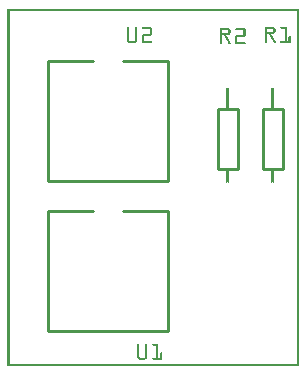
<source format=gto>
G04 MADE WITH FRITZING*
G04 WWW.FRITZING.ORG*
G04 DOUBLE SIDED*
G04 HOLES PLATED*
G04 CONTOUR ON CENTER OF CONTOUR VECTOR*
%ASAXBY*%
%FSLAX23Y23*%
%MOIN*%
%OFA0B0*%
%SFA1.0B1.0*%
%ADD10C,0.010000*%
%ADD11R,0.001000X0.001000*%
%LNSILK1*%
G90*
G70*
G54D10*
X134Y520D02*
X134Y120D01*
D02*
X134Y120D02*
X534Y120D01*
D02*
X534Y120D02*
X534Y520D01*
D02*
X134Y520D02*
X284Y520D01*
D02*
X384Y520D02*
X534Y520D01*
D02*
X134Y1020D02*
X134Y620D01*
D02*
X134Y620D02*
X534Y620D01*
D02*
X534Y620D02*
X534Y1020D01*
D02*
X134Y1020D02*
X284Y1020D01*
D02*
X384Y1020D02*
X534Y1020D01*
D02*
X767Y860D02*
X767Y660D01*
D02*
X767Y660D02*
X701Y660D01*
D02*
X701Y660D02*
X701Y860D01*
D02*
X701Y860D02*
X767Y860D01*
D02*
X917Y860D02*
X917Y660D01*
D02*
X917Y660D02*
X851Y660D01*
D02*
X851Y660D02*
X851Y860D01*
D02*
X851Y860D02*
X917Y860D01*
G54D11*
X0Y1192D02*
X972Y1192D01*
X0Y1191D02*
X972Y1191D01*
X0Y1190D02*
X972Y1190D01*
X0Y1189D02*
X972Y1189D01*
X0Y1188D02*
X972Y1188D01*
X0Y1187D02*
X972Y1187D01*
X0Y1186D02*
X972Y1186D01*
X0Y1185D02*
X972Y1185D01*
X0Y1184D02*
X7Y1184D01*
X965Y1184D02*
X972Y1184D01*
X0Y1183D02*
X7Y1183D01*
X965Y1183D02*
X972Y1183D01*
X0Y1182D02*
X7Y1182D01*
X965Y1182D02*
X972Y1182D01*
X0Y1181D02*
X7Y1181D01*
X965Y1181D02*
X972Y1181D01*
X0Y1180D02*
X7Y1180D01*
X965Y1180D02*
X972Y1180D01*
X0Y1179D02*
X7Y1179D01*
X965Y1179D02*
X972Y1179D01*
X0Y1178D02*
X7Y1178D01*
X965Y1178D02*
X972Y1178D01*
X0Y1177D02*
X7Y1177D01*
X965Y1177D02*
X972Y1177D01*
X0Y1176D02*
X7Y1176D01*
X965Y1176D02*
X972Y1176D01*
X0Y1175D02*
X7Y1175D01*
X965Y1175D02*
X972Y1175D01*
X0Y1174D02*
X7Y1174D01*
X965Y1174D02*
X972Y1174D01*
X0Y1173D02*
X7Y1173D01*
X965Y1173D02*
X972Y1173D01*
X0Y1172D02*
X7Y1172D01*
X965Y1172D02*
X972Y1172D01*
X0Y1171D02*
X7Y1171D01*
X965Y1171D02*
X972Y1171D01*
X0Y1170D02*
X7Y1170D01*
X965Y1170D02*
X972Y1170D01*
X0Y1169D02*
X7Y1169D01*
X965Y1169D02*
X972Y1169D01*
X0Y1168D02*
X7Y1168D01*
X965Y1168D02*
X972Y1168D01*
X0Y1167D02*
X7Y1167D01*
X965Y1167D02*
X972Y1167D01*
X0Y1166D02*
X7Y1166D01*
X965Y1166D02*
X972Y1166D01*
X0Y1165D02*
X7Y1165D01*
X965Y1165D02*
X972Y1165D01*
X0Y1164D02*
X7Y1164D01*
X965Y1164D02*
X972Y1164D01*
X0Y1163D02*
X7Y1163D01*
X965Y1163D02*
X972Y1163D01*
X0Y1162D02*
X7Y1162D01*
X965Y1162D02*
X972Y1162D01*
X0Y1161D02*
X7Y1161D01*
X965Y1161D02*
X972Y1161D01*
X0Y1160D02*
X7Y1160D01*
X965Y1160D02*
X972Y1160D01*
X0Y1159D02*
X7Y1159D01*
X965Y1159D02*
X972Y1159D01*
X0Y1158D02*
X7Y1158D01*
X965Y1158D02*
X972Y1158D01*
X0Y1157D02*
X7Y1157D01*
X965Y1157D02*
X972Y1157D01*
X0Y1156D02*
X7Y1156D01*
X965Y1156D02*
X972Y1156D01*
X0Y1155D02*
X7Y1155D01*
X965Y1155D02*
X972Y1155D01*
X0Y1154D02*
X7Y1154D01*
X965Y1154D02*
X972Y1154D01*
X0Y1153D02*
X7Y1153D01*
X965Y1153D02*
X972Y1153D01*
X0Y1152D02*
X7Y1152D01*
X965Y1152D02*
X972Y1152D01*
X0Y1151D02*
X7Y1151D01*
X965Y1151D02*
X972Y1151D01*
X0Y1150D02*
X7Y1150D01*
X965Y1150D02*
X972Y1150D01*
X0Y1149D02*
X7Y1149D01*
X965Y1149D02*
X972Y1149D01*
X0Y1148D02*
X7Y1148D01*
X965Y1148D02*
X972Y1148D01*
X0Y1147D02*
X7Y1147D01*
X965Y1147D02*
X972Y1147D01*
X0Y1146D02*
X7Y1146D01*
X965Y1146D02*
X972Y1146D01*
X0Y1145D02*
X7Y1145D01*
X965Y1145D02*
X972Y1145D01*
X0Y1144D02*
X7Y1144D01*
X965Y1144D02*
X972Y1144D01*
X0Y1143D02*
X7Y1143D01*
X965Y1143D02*
X972Y1143D01*
X0Y1142D02*
X7Y1142D01*
X965Y1142D02*
X972Y1142D01*
X0Y1141D02*
X7Y1141D01*
X965Y1141D02*
X972Y1141D01*
X0Y1140D02*
X7Y1140D01*
X965Y1140D02*
X972Y1140D01*
X0Y1139D02*
X7Y1139D01*
X965Y1139D02*
X972Y1139D01*
X0Y1138D02*
X7Y1138D01*
X965Y1138D02*
X972Y1138D01*
X0Y1137D02*
X7Y1137D01*
X965Y1137D02*
X972Y1137D01*
X0Y1136D02*
X7Y1136D01*
X965Y1136D02*
X972Y1136D01*
X0Y1135D02*
X7Y1135D01*
X965Y1135D02*
X972Y1135D01*
X0Y1134D02*
X7Y1134D01*
X965Y1134D02*
X972Y1134D01*
X0Y1133D02*
X7Y1133D01*
X965Y1133D02*
X972Y1133D01*
X0Y1132D02*
X7Y1132D01*
X860Y1132D02*
X886Y1132D01*
X912Y1132D02*
X930Y1132D01*
X965Y1132D02*
X972Y1132D01*
X0Y1131D02*
X7Y1131D01*
X400Y1131D02*
X402Y1131D01*
X427Y1131D02*
X430Y1131D01*
X450Y1131D02*
X477Y1131D01*
X860Y1131D02*
X888Y1131D01*
X911Y1131D02*
X930Y1131D01*
X965Y1131D02*
X972Y1131D01*
X0Y1130D02*
X7Y1130D01*
X399Y1130D02*
X403Y1130D01*
X426Y1130D02*
X431Y1130D01*
X449Y1130D02*
X479Y1130D01*
X860Y1130D02*
X889Y1130D01*
X910Y1130D02*
X930Y1130D01*
X965Y1130D02*
X972Y1130D01*
X0Y1129D02*
X7Y1129D01*
X398Y1129D02*
X404Y1129D01*
X426Y1129D02*
X431Y1129D01*
X448Y1129D02*
X480Y1129D01*
X860Y1129D02*
X890Y1129D01*
X910Y1129D02*
X930Y1129D01*
X965Y1129D02*
X972Y1129D01*
X0Y1128D02*
X7Y1128D01*
X398Y1128D02*
X404Y1128D01*
X425Y1128D02*
X431Y1128D01*
X448Y1128D02*
X481Y1128D01*
X710Y1128D02*
X735Y1128D01*
X762Y1128D02*
X788Y1128D01*
X860Y1128D02*
X891Y1128D01*
X910Y1128D02*
X930Y1128D01*
X965Y1128D02*
X972Y1128D01*
X0Y1127D02*
X7Y1127D01*
X398Y1127D02*
X404Y1127D01*
X425Y1127D02*
X431Y1127D01*
X448Y1127D02*
X481Y1127D01*
X710Y1127D02*
X738Y1127D01*
X761Y1127D02*
X790Y1127D01*
X860Y1127D02*
X892Y1127D01*
X911Y1127D02*
X930Y1127D01*
X965Y1127D02*
X972Y1127D01*
X0Y1126D02*
X7Y1126D01*
X398Y1126D02*
X404Y1126D01*
X425Y1126D02*
X431Y1126D01*
X449Y1126D02*
X481Y1126D01*
X710Y1126D02*
X739Y1126D01*
X760Y1126D02*
X791Y1126D01*
X860Y1126D02*
X892Y1126D01*
X912Y1126D02*
X930Y1126D01*
X965Y1126D02*
X972Y1126D01*
X0Y1125D02*
X7Y1125D01*
X398Y1125D02*
X404Y1125D01*
X425Y1125D02*
X431Y1125D01*
X450Y1125D02*
X482Y1125D01*
X710Y1125D02*
X740Y1125D01*
X760Y1125D02*
X792Y1125D01*
X860Y1125D02*
X866Y1125D01*
X885Y1125D02*
X893Y1125D01*
X924Y1125D02*
X930Y1125D01*
X965Y1125D02*
X972Y1125D01*
X0Y1124D02*
X7Y1124D01*
X398Y1124D02*
X404Y1124D01*
X425Y1124D02*
X431Y1124D01*
X476Y1124D02*
X482Y1124D01*
X710Y1124D02*
X741Y1124D01*
X760Y1124D02*
X793Y1124D01*
X860Y1124D02*
X866Y1124D01*
X886Y1124D02*
X893Y1124D01*
X924Y1124D02*
X930Y1124D01*
X965Y1124D02*
X972Y1124D01*
X0Y1123D02*
X7Y1123D01*
X398Y1123D02*
X404Y1123D01*
X425Y1123D02*
X431Y1123D01*
X476Y1123D02*
X482Y1123D01*
X710Y1123D02*
X742Y1123D01*
X760Y1123D02*
X793Y1123D01*
X860Y1123D02*
X866Y1123D01*
X887Y1123D02*
X893Y1123D01*
X924Y1123D02*
X930Y1123D01*
X965Y1123D02*
X972Y1123D01*
X0Y1122D02*
X7Y1122D01*
X398Y1122D02*
X404Y1122D01*
X425Y1122D02*
X431Y1122D01*
X476Y1122D02*
X482Y1122D01*
X710Y1122D02*
X742Y1122D01*
X761Y1122D02*
X793Y1122D01*
X860Y1122D02*
X866Y1122D01*
X887Y1122D02*
X893Y1122D01*
X924Y1122D02*
X930Y1122D01*
X965Y1122D02*
X972Y1122D01*
X0Y1121D02*
X7Y1121D01*
X398Y1121D02*
X404Y1121D01*
X425Y1121D02*
X431Y1121D01*
X476Y1121D02*
X482Y1121D01*
X710Y1121D02*
X716Y1121D01*
X735Y1121D02*
X743Y1121D01*
X787Y1121D02*
X794Y1121D01*
X860Y1121D02*
X866Y1121D01*
X887Y1121D02*
X893Y1121D01*
X924Y1121D02*
X930Y1121D01*
X965Y1121D02*
X972Y1121D01*
X0Y1120D02*
X7Y1120D01*
X398Y1120D02*
X404Y1120D01*
X425Y1120D02*
X431Y1120D01*
X476Y1120D02*
X482Y1120D01*
X710Y1120D02*
X716Y1120D01*
X736Y1120D02*
X743Y1120D01*
X787Y1120D02*
X794Y1120D01*
X860Y1120D02*
X866Y1120D01*
X887Y1120D02*
X893Y1120D01*
X924Y1120D02*
X930Y1120D01*
X965Y1120D02*
X972Y1120D01*
X0Y1119D02*
X7Y1119D01*
X398Y1119D02*
X404Y1119D01*
X425Y1119D02*
X431Y1119D01*
X476Y1119D02*
X482Y1119D01*
X710Y1119D02*
X716Y1119D01*
X737Y1119D02*
X743Y1119D01*
X787Y1119D02*
X794Y1119D01*
X860Y1119D02*
X866Y1119D01*
X887Y1119D02*
X893Y1119D01*
X924Y1119D02*
X930Y1119D01*
X965Y1119D02*
X972Y1119D01*
X0Y1118D02*
X7Y1118D01*
X398Y1118D02*
X404Y1118D01*
X425Y1118D02*
X431Y1118D01*
X476Y1118D02*
X482Y1118D01*
X710Y1118D02*
X716Y1118D01*
X737Y1118D02*
X743Y1118D01*
X787Y1118D02*
X794Y1118D01*
X860Y1118D02*
X866Y1118D01*
X887Y1118D02*
X893Y1118D01*
X924Y1118D02*
X930Y1118D01*
X965Y1118D02*
X972Y1118D01*
X0Y1117D02*
X7Y1117D01*
X398Y1117D02*
X404Y1117D01*
X425Y1117D02*
X431Y1117D01*
X476Y1117D02*
X482Y1117D01*
X710Y1117D02*
X716Y1117D01*
X737Y1117D02*
X743Y1117D01*
X787Y1117D02*
X794Y1117D01*
X860Y1117D02*
X866Y1117D01*
X887Y1117D02*
X893Y1117D01*
X924Y1117D02*
X930Y1117D01*
X965Y1117D02*
X972Y1117D01*
X0Y1116D02*
X7Y1116D01*
X398Y1116D02*
X404Y1116D01*
X425Y1116D02*
X431Y1116D01*
X476Y1116D02*
X482Y1116D01*
X710Y1116D02*
X716Y1116D01*
X737Y1116D02*
X743Y1116D01*
X787Y1116D02*
X794Y1116D01*
X860Y1116D02*
X866Y1116D01*
X886Y1116D02*
X893Y1116D01*
X924Y1116D02*
X930Y1116D01*
X965Y1116D02*
X972Y1116D01*
X0Y1115D02*
X7Y1115D01*
X398Y1115D02*
X404Y1115D01*
X425Y1115D02*
X431Y1115D01*
X476Y1115D02*
X482Y1115D01*
X710Y1115D02*
X716Y1115D01*
X737Y1115D02*
X743Y1115D01*
X787Y1115D02*
X794Y1115D01*
X860Y1115D02*
X866Y1115D01*
X885Y1115D02*
X893Y1115D01*
X924Y1115D02*
X930Y1115D01*
X965Y1115D02*
X972Y1115D01*
X0Y1114D02*
X7Y1114D01*
X398Y1114D02*
X404Y1114D01*
X425Y1114D02*
X431Y1114D01*
X476Y1114D02*
X482Y1114D01*
X710Y1114D02*
X716Y1114D01*
X737Y1114D02*
X743Y1114D01*
X787Y1114D02*
X794Y1114D01*
X860Y1114D02*
X892Y1114D01*
X924Y1114D02*
X930Y1114D01*
X965Y1114D02*
X972Y1114D01*
X0Y1113D02*
X7Y1113D01*
X398Y1113D02*
X404Y1113D01*
X425Y1113D02*
X431Y1113D01*
X476Y1113D02*
X482Y1113D01*
X710Y1113D02*
X716Y1113D01*
X737Y1113D02*
X743Y1113D01*
X787Y1113D02*
X794Y1113D01*
X860Y1113D02*
X892Y1113D01*
X924Y1113D02*
X930Y1113D01*
X965Y1113D02*
X972Y1113D01*
X0Y1112D02*
X7Y1112D01*
X398Y1112D02*
X404Y1112D01*
X425Y1112D02*
X431Y1112D01*
X476Y1112D02*
X482Y1112D01*
X710Y1112D02*
X716Y1112D01*
X737Y1112D02*
X743Y1112D01*
X787Y1112D02*
X794Y1112D01*
X860Y1112D02*
X891Y1112D01*
X924Y1112D02*
X930Y1112D01*
X965Y1112D02*
X972Y1112D01*
X0Y1111D02*
X7Y1111D01*
X398Y1111D02*
X404Y1111D01*
X425Y1111D02*
X431Y1111D01*
X476Y1111D02*
X482Y1111D01*
X710Y1111D02*
X716Y1111D01*
X735Y1111D02*
X743Y1111D01*
X787Y1111D02*
X794Y1111D01*
X860Y1111D02*
X890Y1111D01*
X924Y1111D02*
X930Y1111D01*
X965Y1111D02*
X972Y1111D01*
X0Y1110D02*
X7Y1110D01*
X398Y1110D02*
X404Y1110D01*
X425Y1110D02*
X431Y1110D01*
X476Y1110D02*
X482Y1110D01*
X710Y1110D02*
X742Y1110D01*
X787Y1110D02*
X794Y1110D01*
X860Y1110D02*
X889Y1110D01*
X924Y1110D02*
X930Y1110D01*
X965Y1110D02*
X972Y1110D01*
X0Y1109D02*
X7Y1109D01*
X398Y1109D02*
X404Y1109D01*
X425Y1109D02*
X431Y1109D01*
X476Y1109D02*
X482Y1109D01*
X710Y1109D02*
X742Y1109D01*
X787Y1109D02*
X794Y1109D01*
X860Y1109D02*
X887Y1109D01*
X924Y1109D02*
X930Y1109D01*
X965Y1109D02*
X972Y1109D01*
X0Y1108D02*
X7Y1108D01*
X398Y1108D02*
X404Y1108D01*
X425Y1108D02*
X431Y1108D01*
X475Y1108D02*
X482Y1108D01*
X710Y1108D02*
X741Y1108D01*
X787Y1108D02*
X794Y1108D01*
X860Y1108D02*
X885Y1108D01*
X924Y1108D02*
X930Y1108D01*
X965Y1108D02*
X972Y1108D01*
X0Y1107D02*
X7Y1107D01*
X398Y1107D02*
X404Y1107D01*
X425Y1107D02*
X431Y1107D01*
X452Y1107D02*
X482Y1107D01*
X710Y1107D02*
X740Y1107D01*
X787Y1107D02*
X794Y1107D01*
X860Y1107D02*
X866Y1107D01*
X872Y1107D02*
X879Y1107D01*
X924Y1107D02*
X930Y1107D01*
X965Y1107D02*
X972Y1107D01*
X0Y1106D02*
X7Y1106D01*
X398Y1106D02*
X404Y1106D01*
X425Y1106D02*
X431Y1106D01*
X450Y1106D02*
X481Y1106D01*
X710Y1106D02*
X739Y1106D01*
X787Y1106D02*
X794Y1106D01*
X860Y1106D02*
X866Y1106D01*
X873Y1106D02*
X880Y1106D01*
X924Y1106D02*
X930Y1106D01*
X965Y1106D02*
X972Y1106D01*
X0Y1105D02*
X7Y1105D01*
X398Y1105D02*
X404Y1105D01*
X425Y1105D02*
X431Y1105D01*
X449Y1105D02*
X481Y1105D01*
X710Y1105D02*
X738Y1105D01*
X787Y1105D02*
X794Y1105D01*
X860Y1105D02*
X866Y1105D01*
X873Y1105D02*
X880Y1105D01*
X924Y1105D02*
X930Y1105D01*
X965Y1105D02*
X972Y1105D01*
X0Y1104D02*
X7Y1104D01*
X398Y1104D02*
X404Y1104D01*
X425Y1104D02*
X431Y1104D01*
X449Y1104D02*
X480Y1104D01*
X710Y1104D02*
X736Y1104D01*
X764Y1104D02*
X793Y1104D01*
X860Y1104D02*
X866Y1104D01*
X874Y1104D02*
X881Y1104D01*
X924Y1104D02*
X930Y1104D01*
X965Y1104D02*
X972Y1104D01*
X0Y1103D02*
X7Y1103D01*
X398Y1103D02*
X404Y1103D01*
X425Y1103D02*
X431Y1103D01*
X448Y1103D02*
X479Y1103D01*
X710Y1103D02*
X716Y1103D01*
X722Y1103D02*
X729Y1103D01*
X763Y1103D02*
X793Y1103D01*
X860Y1103D02*
X866Y1103D01*
X874Y1103D02*
X881Y1103D01*
X924Y1103D02*
X930Y1103D01*
X965Y1103D02*
X972Y1103D01*
X0Y1102D02*
X7Y1102D01*
X398Y1102D02*
X404Y1102D01*
X425Y1102D02*
X431Y1102D01*
X448Y1102D02*
X478Y1102D01*
X710Y1102D02*
X716Y1102D01*
X722Y1102D02*
X730Y1102D01*
X762Y1102D02*
X793Y1102D01*
X860Y1102D02*
X866Y1102D01*
X875Y1102D02*
X882Y1102D01*
X924Y1102D02*
X930Y1102D01*
X939Y1102D02*
X942Y1102D01*
X965Y1102D02*
X972Y1102D01*
X0Y1101D02*
X7Y1101D01*
X398Y1101D02*
X404Y1101D01*
X425Y1101D02*
X431Y1101D01*
X448Y1101D02*
X475Y1101D01*
X710Y1101D02*
X716Y1101D01*
X723Y1101D02*
X730Y1101D01*
X761Y1101D02*
X792Y1101D01*
X860Y1101D02*
X866Y1101D01*
X875Y1101D02*
X883Y1101D01*
X924Y1101D02*
X930Y1101D01*
X938Y1101D02*
X943Y1101D01*
X965Y1101D02*
X972Y1101D01*
X0Y1100D02*
X7Y1100D01*
X398Y1100D02*
X404Y1100D01*
X425Y1100D02*
X431Y1100D01*
X448Y1100D02*
X454Y1100D01*
X710Y1100D02*
X716Y1100D01*
X724Y1100D02*
X731Y1100D01*
X760Y1100D02*
X792Y1100D01*
X860Y1100D02*
X866Y1100D01*
X876Y1100D02*
X883Y1100D01*
X924Y1100D02*
X930Y1100D01*
X938Y1100D02*
X943Y1100D01*
X965Y1100D02*
X972Y1100D01*
X0Y1099D02*
X7Y1099D01*
X398Y1099D02*
X404Y1099D01*
X425Y1099D02*
X431Y1099D01*
X448Y1099D02*
X454Y1099D01*
X710Y1099D02*
X716Y1099D01*
X724Y1099D02*
X731Y1099D01*
X760Y1099D02*
X791Y1099D01*
X860Y1099D02*
X866Y1099D01*
X877Y1099D02*
X884Y1099D01*
X924Y1099D02*
X930Y1099D01*
X937Y1099D02*
X943Y1099D01*
X965Y1099D02*
X972Y1099D01*
X0Y1098D02*
X7Y1098D01*
X398Y1098D02*
X404Y1098D01*
X425Y1098D02*
X431Y1098D01*
X448Y1098D02*
X454Y1098D01*
X710Y1098D02*
X716Y1098D01*
X725Y1098D02*
X732Y1098D01*
X760Y1098D02*
X789Y1098D01*
X860Y1098D02*
X866Y1098D01*
X877Y1098D02*
X884Y1098D01*
X924Y1098D02*
X930Y1098D01*
X937Y1098D02*
X943Y1098D01*
X965Y1098D02*
X972Y1098D01*
X0Y1097D02*
X7Y1097D01*
X398Y1097D02*
X404Y1097D01*
X425Y1097D02*
X431Y1097D01*
X448Y1097D02*
X454Y1097D01*
X710Y1097D02*
X716Y1097D01*
X725Y1097D02*
X733Y1097D01*
X760Y1097D02*
X766Y1097D01*
X860Y1097D02*
X866Y1097D01*
X878Y1097D02*
X885Y1097D01*
X924Y1097D02*
X930Y1097D01*
X937Y1097D02*
X943Y1097D01*
X965Y1097D02*
X972Y1097D01*
X0Y1096D02*
X7Y1096D01*
X398Y1096D02*
X404Y1096D01*
X425Y1096D02*
X431Y1096D01*
X448Y1096D02*
X454Y1096D01*
X710Y1096D02*
X716Y1096D01*
X726Y1096D02*
X733Y1096D01*
X760Y1096D02*
X766Y1096D01*
X860Y1096D02*
X866Y1096D01*
X878Y1096D02*
X886Y1096D01*
X924Y1096D02*
X930Y1096D01*
X937Y1096D02*
X943Y1096D01*
X965Y1096D02*
X972Y1096D01*
X0Y1095D02*
X7Y1095D01*
X398Y1095D02*
X404Y1095D01*
X425Y1095D02*
X431Y1095D01*
X448Y1095D02*
X454Y1095D01*
X710Y1095D02*
X716Y1095D01*
X727Y1095D02*
X734Y1095D01*
X760Y1095D02*
X766Y1095D01*
X860Y1095D02*
X866Y1095D01*
X879Y1095D02*
X886Y1095D01*
X924Y1095D02*
X930Y1095D01*
X937Y1095D02*
X943Y1095D01*
X965Y1095D02*
X972Y1095D01*
X0Y1094D02*
X7Y1094D01*
X398Y1094D02*
X404Y1094D01*
X425Y1094D02*
X431Y1094D01*
X448Y1094D02*
X454Y1094D01*
X710Y1094D02*
X716Y1094D01*
X727Y1094D02*
X734Y1094D01*
X760Y1094D02*
X766Y1094D01*
X860Y1094D02*
X866Y1094D01*
X880Y1094D02*
X887Y1094D01*
X924Y1094D02*
X930Y1094D01*
X937Y1094D02*
X943Y1094D01*
X965Y1094D02*
X972Y1094D01*
X0Y1093D02*
X7Y1093D01*
X398Y1093D02*
X404Y1093D01*
X425Y1093D02*
X431Y1093D01*
X448Y1093D02*
X454Y1093D01*
X710Y1093D02*
X716Y1093D01*
X728Y1093D02*
X735Y1093D01*
X760Y1093D02*
X766Y1093D01*
X860Y1093D02*
X866Y1093D01*
X880Y1093D02*
X887Y1093D01*
X924Y1093D02*
X930Y1093D01*
X937Y1093D02*
X943Y1093D01*
X965Y1093D02*
X972Y1093D01*
X0Y1092D02*
X7Y1092D01*
X398Y1092D02*
X404Y1092D01*
X425Y1092D02*
X431Y1092D01*
X448Y1092D02*
X454Y1092D01*
X710Y1092D02*
X716Y1092D01*
X728Y1092D02*
X735Y1092D01*
X760Y1092D02*
X766Y1092D01*
X860Y1092D02*
X866Y1092D01*
X881Y1092D02*
X888Y1092D01*
X924Y1092D02*
X930Y1092D01*
X937Y1092D02*
X943Y1092D01*
X965Y1092D02*
X972Y1092D01*
X0Y1091D02*
X7Y1091D01*
X398Y1091D02*
X404Y1091D01*
X425Y1091D02*
X431Y1091D01*
X448Y1091D02*
X454Y1091D01*
X710Y1091D02*
X716Y1091D01*
X729Y1091D02*
X736Y1091D01*
X760Y1091D02*
X766Y1091D01*
X860Y1091D02*
X866Y1091D01*
X881Y1091D02*
X888Y1091D01*
X924Y1091D02*
X930Y1091D01*
X937Y1091D02*
X943Y1091D01*
X965Y1091D02*
X972Y1091D01*
X0Y1090D02*
X7Y1090D01*
X398Y1090D02*
X404Y1090D01*
X425Y1090D02*
X431Y1090D01*
X448Y1090D02*
X454Y1090D01*
X710Y1090D02*
X716Y1090D01*
X729Y1090D02*
X737Y1090D01*
X760Y1090D02*
X766Y1090D01*
X860Y1090D02*
X866Y1090D01*
X882Y1090D02*
X889Y1090D01*
X924Y1090D02*
X930Y1090D01*
X937Y1090D02*
X943Y1090D01*
X965Y1090D02*
X972Y1090D01*
X0Y1089D02*
X7Y1089D01*
X398Y1089D02*
X404Y1089D01*
X425Y1089D02*
X431Y1089D01*
X448Y1089D02*
X454Y1089D01*
X710Y1089D02*
X716Y1089D01*
X730Y1089D02*
X737Y1089D01*
X760Y1089D02*
X766Y1089D01*
X860Y1089D02*
X866Y1089D01*
X882Y1089D02*
X890Y1089D01*
X924Y1089D02*
X930Y1089D01*
X937Y1089D02*
X943Y1089D01*
X965Y1089D02*
X972Y1089D01*
X0Y1088D02*
X7Y1088D01*
X398Y1088D02*
X404Y1088D01*
X425Y1088D02*
X431Y1088D01*
X448Y1088D02*
X454Y1088D01*
X710Y1088D02*
X716Y1088D01*
X731Y1088D02*
X738Y1088D01*
X760Y1088D02*
X766Y1088D01*
X860Y1088D02*
X866Y1088D01*
X883Y1088D02*
X890Y1088D01*
X924Y1088D02*
X930Y1088D01*
X937Y1088D02*
X943Y1088D01*
X965Y1088D02*
X972Y1088D01*
X0Y1087D02*
X7Y1087D01*
X398Y1087D02*
X404Y1087D01*
X425Y1087D02*
X431Y1087D01*
X448Y1087D02*
X454Y1087D01*
X710Y1087D02*
X716Y1087D01*
X731Y1087D02*
X738Y1087D01*
X760Y1087D02*
X766Y1087D01*
X860Y1087D02*
X866Y1087D01*
X884Y1087D02*
X891Y1087D01*
X924Y1087D02*
X930Y1087D01*
X937Y1087D02*
X943Y1087D01*
X965Y1087D02*
X972Y1087D01*
X0Y1086D02*
X7Y1086D01*
X398Y1086D02*
X404Y1086D01*
X425Y1086D02*
X431Y1086D01*
X448Y1086D02*
X454Y1086D01*
X710Y1086D02*
X716Y1086D01*
X732Y1086D02*
X739Y1086D01*
X760Y1086D02*
X766Y1086D01*
X860Y1086D02*
X866Y1086D01*
X884Y1086D02*
X891Y1086D01*
X924Y1086D02*
X930Y1086D01*
X937Y1086D02*
X943Y1086D01*
X965Y1086D02*
X972Y1086D01*
X0Y1085D02*
X7Y1085D01*
X398Y1085D02*
X405Y1085D01*
X424Y1085D02*
X431Y1085D01*
X448Y1085D02*
X454Y1085D01*
X710Y1085D02*
X716Y1085D01*
X732Y1085D02*
X740Y1085D01*
X760Y1085D02*
X766Y1085D01*
X860Y1085D02*
X866Y1085D01*
X885Y1085D02*
X892Y1085D01*
X912Y1085D02*
X943Y1085D01*
X965Y1085D02*
X972Y1085D01*
X0Y1084D02*
X7Y1084D01*
X399Y1084D02*
X431Y1084D01*
X448Y1084D02*
X479Y1084D01*
X710Y1084D02*
X716Y1084D01*
X733Y1084D02*
X740Y1084D01*
X760Y1084D02*
X766Y1084D01*
X860Y1084D02*
X866Y1084D01*
X885Y1084D02*
X893Y1084D01*
X911Y1084D02*
X943Y1084D01*
X965Y1084D02*
X972Y1084D01*
X0Y1083D02*
X7Y1083D01*
X399Y1083D02*
X430Y1083D01*
X448Y1083D02*
X481Y1083D01*
X710Y1083D02*
X716Y1083D01*
X734Y1083D02*
X741Y1083D01*
X760Y1083D02*
X766Y1083D01*
X860Y1083D02*
X866Y1083D01*
X886Y1083D02*
X893Y1083D01*
X910Y1083D02*
X943Y1083D01*
X965Y1083D02*
X972Y1083D01*
X0Y1082D02*
X7Y1082D01*
X400Y1082D02*
X430Y1082D01*
X448Y1082D02*
X481Y1082D01*
X710Y1082D02*
X716Y1082D01*
X734Y1082D02*
X741Y1082D01*
X760Y1082D02*
X766Y1082D01*
X860Y1082D02*
X866Y1082D01*
X887Y1082D02*
X893Y1082D01*
X910Y1082D02*
X943Y1082D01*
X965Y1082D02*
X972Y1082D01*
X0Y1081D02*
X7Y1081D01*
X400Y1081D02*
X429Y1081D01*
X448Y1081D02*
X482Y1081D01*
X710Y1081D02*
X716Y1081D01*
X735Y1081D02*
X742Y1081D01*
X760Y1081D02*
X790Y1081D01*
X860Y1081D02*
X866Y1081D01*
X887Y1081D02*
X893Y1081D01*
X910Y1081D02*
X943Y1081D01*
X965Y1081D02*
X972Y1081D01*
X0Y1080D02*
X7Y1080D01*
X401Y1080D02*
X428Y1080D01*
X448Y1080D02*
X481Y1080D01*
X710Y1080D02*
X716Y1080D01*
X735Y1080D02*
X742Y1080D01*
X760Y1080D02*
X792Y1080D01*
X860Y1080D02*
X865Y1080D01*
X888Y1080D02*
X893Y1080D01*
X910Y1080D02*
X943Y1080D01*
X965Y1080D02*
X972Y1080D01*
X0Y1079D02*
X7Y1079D01*
X403Y1079D02*
X427Y1079D01*
X448Y1079D02*
X481Y1079D01*
X710Y1079D02*
X716Y1079D01*
X736Y1079D02*
X743Y1079D01*
X760Y1079D02*
X793Y1079D01*
X861Y1079D02*
X864Y1079D01*
X889Y1079D02*
X892Y1079D01*
X911Y1079D02*
X942Y1079D01*
X965Y1079D02*
X972Y1079D01*
X0Y1078D02*
X7Y1078D01*
X405Y1078D02*
X425Y1078D01*
X448Y1078D02*
X480Y1078D01*
X710Y1078D02*
X716Y1078D01*
X736Y1078D02*
X743Y1078D01*
X760Y1078D02*
X793Y1078D01*
X965Y1078D02*
X972Y1078D01*
X0Y1077D02*
X7Y1077D01*
X710Y1077D02*
X716Y1077D01*
X737Y1077D02*
X743Y1077D01*
X760Y1077D02*
X793Y1077D01*
X965Y1077D02*
X972Y1077D01*
X0Y1076D02*
X7Y1076D01*
X710Y1076D02*
X715Y1076D01*
X738Y1076D02*
X743Y1076D01*
X760Y1076D02*
X793Y1076D01*
X965Y1076D02*
X972Y1076D01*
X0Y1075D02*
X7Y1075D01*
X711Y1075D02*
X715Y1075D01*
X739Y1075D02*
X742Y1075D01*
X760Y1075D02*
X792Y1075D01*
X965Y1075D02*
X972Y1075D01*
X0Y1074D02*
X7Y1074D01*
X965Y1074D02*
X972Y1074D01*
X0Y1073D02*
X7Y1073D01*
X965Y1073D02*
X972Y1073D01*
X0Y1072D02*
X7Y1072D01*
X965Y1072D02*
X972Y1072D01*
X0Y1071D02*
X7Y1071D01*
X965Y1071D02*
X972Y1071D01*
X0Y1070D02*
X7Y1070D01*
X965Y1070D02*
X972Y1070D01*
X0Y1069D02*
X7Y1069D01*
X965Y1069D02*
X972Y1069D01*
X0Y1068D02*
X7Y1068D01*
X965Y1068D02*
X972Y1068D01*
X0Y1067D02*
X7Y1067D01*
X965Y1067D02*
X972Y1067D01*
X0Y1066D02*
X7Y1066D01*
X965Y1066D02*
X972Y1066D01*
X0Y1065D02*
X7Y1065D01*
X965Y1065D02*
X972Y1065D01*
X0Y1064D02*
X7Y1064D01*
X965Y1064D02*
X972Y1064D01*
X0Y1063D02*
X7Y1063D01*
X965Y1063D02*
X972Y1063D01*
X0Y1062D02*
X7Y1062D01*
X965Y1062D02*
X972Y1062D01*
X0Y1061D02*
X7Y1061D01*
X965Y1061D02*
X972Y1061D01*
X0Y1060D02*
X7Y1060D01*
X965Y1060D02*
X972Y1060D01*
X0Y1059D02*
X7Y1059D01*
X965Y1059D02*
X972Y1059D01*
X0Y1058D02*
X7Y1058D01*
X965Y1058D02*
X972Y1058D01*
X0Y1057D02*
X7Y1057D01*
X965Y1057D02*
X972Y1057D01*
X0Y1056D02*
X7Y1056D01*
X965Y1056D02*
X972Y1056D01*
X0Y1055D02*
X7Y1055D01*
X965Y1055D02*
X972Y1055D01*
X0Y1054D02*
X7Y1054D01*
X965Y1054D02*
X972Y1054D01*
X0Y1053D02*
X7Y1053D01*
X965Y1053D02*
X972Y1053D01*
X0Y1052D02*
X7Y1052D01*
X965Y1052D02*
X972Y1052D01*
X0Y1051D02*
X7Y1051D01*
X965Y1051D02*
X972Y1051D01*
X0Y1050D02*
X7Y1050D01*
X965Y1050D02*
X972Y1050D01*
X0Y1049D02*
X7Y1049D01*
X965Y1049D02*
X972Y1049D01*
X0Y1048D02*
X7Y1048D01*
X965Y1048D02*
X972Y1048D01*
X0Y1047D02*
X7Y1047D01*
X965Y1047D02*
X972Y1047D01*
X0Y1046D02*
X7Y1046D01*
X965Y1046D02*
X972Y1046D01*
X0Y1045D02*
X7Y1045D01*
X965Y1045D02*
X972Y1045D01*
X0Y1044D02*
X7Y1044D01*
X965Y1044D02*
X972Y1044D01*
X0Y1043D02*
X7Y1043D01*
X965Y1043D02*
X972Y1043D01*
X0Y1042D02*
X7Y1042D01*
X965Y1042D02*
X972Y1042D01*
X0Y1041D02*
X7Y1041D01*
X965Y1041D02*
X972Y1041D01*
X0Y1040D02*
X7Y1040D01*
X965Y1040D02*
X972Y1040D01*
X0Y1039D02*
X7Y1039D01*
X965Y1039D02*
X972Y1039D01*
X0Y1038D02*
X7Y1038D01*
X965Y1038D02*
X972Y1038D01*
X0Y1037D02*
X7Y1037D01*
X965Y1037D02*
X972Y1037D01*
X0Y1036D02*
X7Y1036D01*
X965Y1036D02*
X972Y1036D01*
X0Y1035D02*
X7Y1035D01*
X965Y1035D02*
X972Y1035D01*
X0Y1034D02*
X7Y1034D01*
X965Y1034D02*
X972Y1034D01*
X0Y1033D02*
X7Y1033D01*
X965Y1033D02*
X972Y1033D01*
X0Y1032D02*
X7Y1032D01*
X965Y1032D02*
X972Y1032D01*
X0Y1031D02*
X7Y1031D01*
X965Y1031D02*
X972Y1031D01*
X0Y1030D02*
X7Y1030D01*
X965Y1030D02*
X972Y1030D01*
X0Y1029D02*
X7Y1029D01*
X965Y1029D02*
X972Y1029D01*
X0Y1028D02*
X7Y1028D01*
X965Y1028D02*
X972Y1028D01*
X0Y1027D02*
X7Y1027D01*
X965Y1027D02*
X972Y1027D01*
X0Y1026D02*
X7Y1026D01*
X965Y1026D02*
X972Y1026D01*
X0Y1025D02*
X7Y1025D01*
X965Y1025D02*
X972Y1025D01*
X0Y1024D02*
X7Y1024D01*
X965Y1024D02*
X972Y1024D01*
X0Y1023D02*
X7Y1023D01*
X965Y1023D02*
X972Y1023D01*
X0Y1022D02*
X7Y1022D01*
X965Y1022D02*
X972Y1022D01*
X0Y1021D02*
X7Y1021D01*
X965Y1021D02*
X972Y1021D01*
X0Y1020D02*
X7Y1020D01*
X965Y1020D02*
X972Y1020D01*
X0Y1019D02*
X7Y1019D01*
X965Y1019D02*
X972Y1019D01*
X0Y1018D02*
X7Y1018D01*
X965Y1018D02*
X972Y1018D01*
X0Y1017D02*
X7Y1017D01*
X965Y1017D02*
X972Y1017D01*
X0Y1016D02*
X7Y1016D01*
X965Y1016D02*
X972Y1016D01*
X0Y1015D02*
X7Y1015D01*
X965Y1015D02*
X972Y1015D01*
X0Y1014D02*
X7Y1014D01*
X965Y1014D02*
X972Y1014D01*
X0Y1013D02*
X7Y1013D01*
X965Y1013D02*
X972Y1013D01*
X0Y1012D02*
X7Y1012D01*
X965Y1012D02*
X972Y1012D01*
X0Y1011D02*
X7Y1011D01*
X965Y1011D02*
X972Y1011D01*
X0Y1010D02*
X7Y1010D01*
X965Y1010D02*
X972Y1010D01*
X0Y1009D02*
X7Y1009D01*
X965Y1009D02*
X972Y1009D01*
X0Y1008D02*
X7Y1008D01*
X965Y1008D02*
X972Y1008D01*
X0Y1007D02*
X7Y1007D01*
X965Y1007D02*
X972Y1007D01*
X0Y1006D02*
X7Y1006D01*
X965Y1006D02*
X972Y1006D01*
X0Y1005D02*
X7Y1005D01*
X965Y1005D02*
X972Y1005D01*
X0Y1004D02*
X7Y1004D01*
X965Y1004D02*
X972Y1004D01*
X0Y1003D02*
X7Y1003D01*
X965Y1003D02*
X972Y1003D01*
X0Y1002D02*
X7Y1002D01*
X965Y1002D02*
X972Y1002D01*
X0Y1001D02*
X7Y1001D01*
X965Y1001D02*
X972Y1001D01*
X0Y1000D02*
X7Y1000D01*
X965Y1000D02*
X972Y1000D01*
X0Y999D02*
X7Y999D01*
X965Y999D02*
X972Y999D01*
X0Y998D02*
X7Y998D01*
X965Y998D02*
X972Y998D01*
X0Y997D02*
X7Y997D01*
X965Y997D02*
X972Y997D01*
X0Y996D02*
X7Y996D01*
X965Y996D02*
X972Y996D01*
X0Y995D02*
X7Y995D01*
X965Y995D02*
X972Y995D01*
X0Y994D02*
X7Y994D01*
X965Y994D02*
X972Y994D01*
X0Y993D02*
X7Y993D01*
X965Y993D02*
X972Y993D01*
X0Y992D02*
X7Y992D01*
X965Y992D02*
X972Y992D01*
X0Y991D02*
X7Y991D01*
X965Y991D02*
X972Y991D01*
X0Y990D02*
X7Y990D01*
X965Y990D02*
X972Y990D01*
X0Y989D02*
X7Y989D01*
X965Y989D02*
X972Y989D01*
X0Y988D02*
X7Y988D01*
X965Y988D02*
X972Y988D01*
X0Y987D02*
X7Y987D01*
X965Y987D02*
X972Y987D01*
X0Y986D02*
X7Y986D01*
X965Y986D02*
X972Y986D01*
X0Y985D02*
X7Y985D01*
X965Y985D02*
X972Y985D01*
X0Y984D02*
X7Y984D01*
X965Y984D02*
X972Y984D01*
X0Y983D02*
X7Y983D01*
X965Y983D02*
X972Y983D01*
X0Y982D02*
X7Y982D01*
X965Y982D02*
X972Y982D01*
X0Y981D02*
X7Y981D01*
X965Y981D02*
X972Y981D01*
X0Y980D02*
X7Y980D01*
X965Y980D02*
X972Y980D01*
X0Y979D02*
X7Y979D01*
X965Y979D02*
X972Y979D01*
X0Y978D02*
X7Y978D01*
X965Y978D02*
X972Y978D01*
X0Y977D02*
X7Y977D01*
X965Y977D02*
X972Y977D01*
X0Y976D02*
X7Y976D01*
X965Y976D02*
X972Y976D01*
X0Y975D02*
X7Y975D01*
X965Y975D02*
X972Y975D01*
X0Y974D02*
X7Y974D01*
X965Y974D02*
X972Y974D01*
X0Y973D02*
X7Y973D01*
X965Y973D02*
X972Y973D01*
X0Y972D02*
X7Y972D01*
X965Y972D02*
X972Y972D01*
X0Y971D02*
X7Y971D01*
X965Y971D02*
X972Y971D01*
X0Y970D02*
X7Y970D01*
X965Y970D02*
X972Y970D01*
X0Y969D02*
X7Y969D01*
X965Y969D02*
X972Y969D01*
X0Y968D02*
X7Y968D01*
X965Y968D02*
X972Y968D01*
X0Y967D02*
X7Y967D01*
X965Y967D02*
X972Y967D01*
X0Y966D02*
X7Y966D01*
X965Y966D02*
X972Y966D01*
X0Y965D02*
X7Y965D01*
X965Y965D02*
X972Y965D01*
X0Y964D02*
X7Y964D01*
X965Y964D02*
X972Y964D01*
X0Y963D02*
X7Y963D01*
X965Y963D02*
X972Y963D01*
X0Y962D02*
X7Y962D01*
X965Y962D02*
X972Y962D01*
X0Y961D02*
X7Y961D01*
X965Y961D02*
X972Y961D01*
X0Y960D02*
X7Y960D01*
X965Y960D02*
X972Y960D01*
X0Y959D02*
X7Y959D01*
X965Y959D02*
X972Y959D01*
X0Y958D02*
X7Y958D01*
X965Y958D02*
X972Y958D01*
X0Y957D02*
X7Y957D01*
X965Y957D02*
X972Y957D01*
X0Y956D02*
X7Y956D01*
X965Y956D02*
X972Y956D01*
X0Y955D02*
X7Y955D01*
X965Y955D02*
X972Y955D01*
X0Y954D02*
X7Y954D01*
X965Y954D02*
X972Y954D01*
X0Y953D02*
X7Y953D01*
X965Y953D02*
X972Y953D01*
X0Y952D02*
X7Y952D01*
X965Y952D02*
X972Y952D01*
X0Y951D02*
X7Y951D01*
X965Y951D02*
X972Y951D01*
X0Y950D02*
X7Y950D01*
X965Y950D02*
X972Y950D01*
X0Y949D02*
X7Y949D01*
X965Y949D02*
X972Y949D01*
X0Y948D02*
X7Y948D01*
X965Y948D02*
X972Y948D01*
X0Y947D02*
X7Y947D01*
X965Y947D02*
X972Y947D01*
X0Y946D02*
X7Y946D01*
X965Y946D02*
X972Y946D01*
X0Y945D02*
X7Y945D01*
X965Y945D02*
X972Y945D01*
X0Y944D02*
X7Y944D01*
X965Y944D02*
X972Y944D01*
X0Y943D02*
X7Y943D01*
X965Y943D02*
X972Y943D01*
X0Y942D02*
X7Y942D01*
X965Y942D02*
X972Y942D01*
X0Y941D02*
X7Y941D01*
X965Y941D02*
X972Y941D01*
X0Y940D02*
X7Y940D01*
X965Y940D02*
X972Y940D01*
X0Y939D02*
X7Y939D01*
X965Y939D02*
X972Y939D01*
X0Y938D02*
X7Y938D01*
X965Y938D02*
X972Y938D01*
X0Y937D02*
X7Y937D01*
X965Y937D02*
X972Y937D01*
X0Y936D02*
X7Y936D01*
X965Y936D02*
X972Y936D01*
X0Y935D02*
X7Y935D01*
X965Y935D02*
X972Y935D01*
X0Y934D02*
X7Y934D01*
X965Y934D02*
X972Y934D01*
X0Y933D02*
X7Y933D01*
X965Y933D02*
X972Y933D01*
X0Y932D02*
X7Y932D01*
X965Y932D02*
X972Y932D01*
X0Y931D02*
X7Y931D01*
X965Y931D02*
X972Y931D01*
X0Y930D02*
X7Y930D01*
X965Y930D02*
X972Y930D01*
X0Y929D02*
X7Y929D01*
X965Y929D02*
X972Y929D01*
X0Y928D02*
X7Y928D01*
X729Y928D02*
X731Y928D01*
X736Y928D02*
X738Y928D01*
X879Y928D02*
X881Y928D01*
X886Y928D02*
X888Y928D01*
X965Y928D02*
X972Y928D01*
X0Y927D02*
X7Y927D01*
X729Y927D02*
X738Y927D01*
X879Y927D02*
X888Y927D01*
X965Y927D02*
X972Y927D01*
X0Y926D02*
X7Y926D01*
X729Y926D02*
X738Y926D01*
X879Y926D02*
X888Y926D01*
X965Y926D02*
X972Y926D01*
X0Y925D02*
X7Y925D01*
X729Y925D02*
X738Y925D01*
X879Y925D02*
X888Y925D01*
X965Y925D02*
X972Y925D01*
X0Y924D02*
X7Y924D01*
X729Y924D02*
X738Y924D01*
X879Y924D02*
X888Y924D01*
X965Y924D02*
X972Y924D01*
X0Y923D02*
X7Y923D01*
X729Y923D02*
X738Y923D01*
X879Y923D02*
X888Y923D01*
X965Y923D02*
X972Y923D01*
X0Y922D02*
X7Y922D01*
X729Y922D02*
X738Y922D01*
X879Y922D02*
X888Y922D01*
X965Y922D02*
X972Y922D01*
X0Y921D02*
X7Y921D01*
X729Y921D02*
X738Y921D01*
X879Y921D02*
X888Y921D01*
X965Y921D02*
X972Y921D01*
X0Y920D02*
X7Y920D01*
X729Y920D02*
X738Y920D01*
X879Y920D02*
X888Y920D01*
X965Y920D02*
X972Y920D01*
X0Y919D02*
X7Y919D01*
X729Y919D02*
X738Y919D01*
X879Y919D02*
X888Y919D01*
X965Y919D02*
X972Y919D01*
X0Y918D02*
X7Y918D01*
X729Y918D02*
X738Y918D01*
X879Y918D02*
X888Y918D01*
X965Y918D02*
X972Y918D01*
X0Y917D02*
X7Y917D01*
X729Y917D02*
X738Y917D01*
X879Y917D02*
X888Y917D01*
X965Y917D02*
X972Y917D01*
X0Y916D02*
X7Y916D01*
X729Y916D02*
X738Y916D01*
X879Y916D02*
X888Y916D01*
X965Y916D02*
X972Y916D01*
X0Y915D02*
X7Y915D01*
X729Y915D02*
X738Y915D01*
X879Y915D02*
X888Y915D01*
X965Y915D02*
X972Y915D01*
X0Y914D02*
X7Y914D01*
X729Y914D02*
X738Y914D01*
X879Y914D02*
X888Y914D01*
X965Y914D02*
X972Y914D01*
X0Y913D02*
X7Y913D01*
X729Y913D02*
X738Y913D01*
X879Y913D02*
X888Y913D01*
X965Y913D02*
X972Y913D01*
X0Y912D02*
X7Y912D01*
X729Y912D02*
X738Y912D01*
X879Y912D02*
X888Y912D01*
X965Y912D02*
X972Y912D01*
X0Y911D02*
X7Y911D01*
X729Y911D02*
X738Y911D01*
X879Y911D02*
X888Y911D01*
X965Y911D02*
X972Y911D01*
X0Y910D02*
X7Y910D01*
X729Y910D02*
X738Y910D01*
X879Y910D02*
X888Y910D01*
X965Y910D02*
X972Y910D01*
X0Y909D02*
X7Y909D01*
X729Y909D02*
X738Y909D01*
X879Y909D02*
X888Y909D01*
X965Y909D02*
X972Y909D01*
X0Y908D02*
X7Y908D01*
X729Y908D02*
X738Y908D01*
X879Y908D02*
X888Y908D01*
X965Y908D02*
X972Y908D01*
X0Y907D02*
X7Y907D01*
X729Y907D02*
X738Y907D01*
X879Y907D02*
X888Y907D01*
X965Y907D02*
X972Y907D01*
X0Y906D02*
X7Y906D01*
X729Y906D02*
X738Y906D01*
X879Y906D02*
X888Y906D01*
X965Y906D02*
X972Y906D01*
X0Y905D02*
X7Y905D01*
X729Y905D02*
X738Y905D01*
X879Y905D02*
X888Y905D01*
X965Y905D02*
X972Y905D01*
X0Y904D02*
X7Y904D01*
X729Y904D02*
X738Y904D01*
X879Y904D02*
X888Y904D01*
X965Y904D02*
X972Y904D01*
X0Y903D02*
X7Y903D01*
X729Y903D02*
X738Y903D01*
X879Y903D02*
X888Y903D01*
X965Y903D02*
X972Y903D01*
X0Y902D02*
X7Y902D01*
X729Y902D02*
X738Y902D01*
X879Y902D02*
X888Y902D01*
X965Y902D02*
X972Y902D01*
X0Y901D02*
X7Y901D01*
X729Y901D02*
X738Y901D01*
X879Y901D02*
X888Y901D01*
X965Y901D02*
X972Y901D01*
X0Y900D02*
X7Y900D01*
X729Y900D02*
X738Y900D01*
X879Y900D02*
X888Y900D01*
X965Y900D02*
X972Y900D01*
X0Y899D02*
X7Y899D01*
X729Y899D02*
X738Y899D01*
X879Y899D02*
X888Y899D01*
X965Y899D02*
X972Y899D01*
X0Y898D02*
X7Y898D01*
X729Y898D02*
X738Y898D01*
X879Y898D02*
X888Y898D01*
X965Y898D02*
X972Y898D01*
X0Y897D02*
X7Y897D01*
X729Y897D02*
X738Y897D01*
X879Y897D02*
X888Y897D01*
X965Y897D02*
X972Y897D01*
X0Y896D02*
X7Y896D01*
X729Y896D02*
X738Y896D01*
X879Y896D02*
X888Y896D01*
X965Y896D02*
X972Y896D01*
X0Y895D02*
X7Y895D01*
X729Y895D02*
X738Y895D01*
X879Y895D02*
X888Y895D01*
X965Y895D02*
X972Y895D01*
X0Y894D02*
X7Y894D01*
X729Y894D02*
X738Y894D01*
X879Y894D02*
X888Y894D01*
X965Y894D02*
X972Y894D01*
X0Y893D02*
X7Y893D01*
X729Y893D02*
X738Y893D01*
X879Y893D02*
X888Y893D01*
X965Y893D02*
X972Y893D01*
X0Y892D02*
X7Y892D01*
X729Y892D02*
X738Y892D01*
X879Y892D02*
X888Y892D01*
X965Y892D02*
X972Y892D01*
X0Y891D02*
X7Y891D01*
X729Y891D02*
X738Y891D01*
X879Y891D02*
X888Y891D01*
X965Y891D02*
X972Y891D01*
X0Y890D02*
X7Y890D01*
X729Y890D02*
X738Y890D01*
X879Y890D02*
X888Y890D01*
X965Y890D02*
X972Y890D01*
X0Y889D02*
X7Y889D01*
X729Y889D02*
X738Y889D01*
X879Y889D02*
X888Y889D01*
X965Y889D02*
X972Y889D01*
X0Y888D02*
X7Y888D01*
X729Y888D02*
X738Y888D01*
X879Y888D02*
X888Y888D01*
X965Y888D02*
X972Y888D01*
X0Y887D02*
X7Y887D01*
X729Y887D02*
X738Y887D01*
X879Y887D02*
X888Y887D01*
X965Y887D02*
X972Y887D01*
X0Y886D02*
X7Y886D01*
X729Y886D02*
X738Y886D01*
X879Y886D02*
X888Y886D01*
X965Y886D02*
X972Y886D01*
X0Y885D02*
X7Y885D01*
X729Y885D02*
X738Y885D01*
X879Y885D02*
X888Y885D01*
X965Y885D02*
X972Y885D01*
X0Y884D02*
X7Y884D01*
X729Y884D02*
X738Y884D01*
X879Y884D02*
X888Y884D01*
X965Y884D02*
X972Y884D01*
X0Y883D02*
X7Y883D01*
X729Y883D02*
X738Y883D01*
X879Y883D02*
X888Y883D01*
X965Y883D02*
X972Y883D01*
X0Y882D02*
X7Y882D01*
X729Y882D02*
X738Y882D01*
X879Y882D02*
X888Y882D01*
X965Y882D02*
X972Y882D01*
X0Y881D02*
X7Y881D01*
X729Y881D02*
X738Y881D01*
X879Y881D02*
X888Y881D01*
X965Y881D02*
X972Y881D01*
X0Y880D02*
X7Y880D01*
X729Y880D02*
X738Y880D01*
X879Y880D02*
X888Y880D01*
X965Y880D02*
X972Y880D01*
X0Y879D02*
X7Y879D01*
X729Y879D02*
X738Y879D01*
X879Y879D02*
X888Y879D01*
X965Y879D02*
X972Y879D01*
X0Y878D02*
X7Y878D01*
X729Y878D02*
X738Y878D01*
X879Y878D02*
X888Y878D01*
X965Y878D02*
X972Y878D01*
X0Y877D02*
X7Y877D01*
X729Y877D02*
X738Y877D01*
X879Y877D02*
X888Y877D01*
X965Y877D02*
X972Y877D01*
X0Y876D02*
X7Y876D01*
X729Y876D02*
X738Y876D01*
X879Y876D02*
X888Y876D01*
X965Y876D02*
X972Y876D01*
X0Y875D02*
X7Y875D01*
X729Y875D02*
X738Y875D01*
X879Y875D02*
X888Y875D01*
X965Y875D02*
X972Y875D01*
X0Y874D02*
X7Y874D01*
X729Y874D02*
X738Y874D01*
X879Y874D02*
X888Y874D01*
X965Y874D02*
X972Y874D01*
X0Y873D02*
X7Y873D01*
X729Y873D02*
X738Y873D01*
X879Y873D02*
X888Y873D01*
X965Y873D02*
X972Y873D01*
X0Y872D02*
X7Y872D01*
X729Y872D02*
X738Y872D01*
X879Y872D02*
X888Y872D01*
X965Y872D02*
X972Y872D01*
X0Y871D02*
X7Y871D01*
X729Y871D02*
X738Y871D01*
X879Y871D02*
X888Y871D01*
X965Y871D02*
X972Y871D01*
X0Y870D02*
X7Y870D01*
X729Y870D02*
X738Y870D01*
X879Y870D02*
X888Y870D01*
X965Y870D02*
X972Y870D01*
X0Y869D02*
X7Y869D01*
X729Y869D02*
X738Y869D01*
X879Y869D02*
X888Y869D01*
X965Y869D02*
X972Y869D01*
X0Y868D02*
X7Y868D01*
X729Y868D02*
X738Y868D01*
X879Y868D02*
X888Y868D01*
X965Y868D02*
X972Y868D01*
X0Y867D02*
X7Y867D01*
X729Y867D02*
X738Y867D01*
X879Y867D02*
X888Y867D01*
X965Y867D02*
X972Y867D01*
X0Y866D02*
X7Y866D01*
X729Y866D02*
X738Y866D01*
X879Y866D02*
X888Y866D01*
X965Y866D02*
X972Y866D01*
X0Y865D02*
X7Y865D01*
X729Y865D02*
X738Y865D01*
X879Y865D02*
X888Y865D01*
X965Y865D02*
X972Y865D01*
X0Y864D02*
X7Y864D01*
X729Y864D02*
X738Y864D01*
X879Y864D02*
X888Y864D01*
X965Y864D02*
X972Y864D01*
X0Y863D02*
X7Y863D01*
X729Y863D02*
X738Y863D01*
X879Y863D02*
X888Y863D01*
X965Y863D02*
X972Y863D01*
X0Y862D02*
X7Y862D01*
X729Y862D02*
X738Y862D01*
X879Y862D02*
X888Y862D01*
X965Y862D02*
X972Y862D01*
X0Y861D02*
X7Y861D01*
X729Y861D02*
X737Y861D01*
X879Y861D02*
X887Y861D01*
X965Y861D02*
X972Y861D01*
X0Y860D02*
X7Y860D01*
X965Y860D02*
X972Y860D01*
X0Y859D02*
X7Y859D01*
X965Y859D02*
X972Y859D01*
X0Y858D02*
X7Y858D01*
X965Y858D02*
X972Y858D01*
X0Y857D02*
X7Y857D01*
X965Y857D02*
X972Y857D01*
X0Y856D02*
X7Y856D01*
X965Y856D02*
X972Y856D01*
X0Y855D02*
X7Y855D01*
X965Y855D02*
X972Y855D01*
X0Y854D02*
X7Y854D01*
X965Y854D02*
X972Y854D01*
X0Y853D02*
X7Y853D01*
X965Y853D02*
X972Y853D01*
X0Y852D02*
X7Y852D01*
X965Y852D02*
X972Y852D01*
X0Y851D02*
X7Y851D01*
X965Y851D02*
X972Y851D01*
X0Y850D02*
X7Y850D01*
X965Y850D02*
X972Y850D01*
X0Y849D02*
X7Y849D01*
X965Y849D02*
X972Y849D01*
X0Y848D02*
X7Y848D01*
X965Y848D02*
X972Y848D01*
X0Y847D02*
X7Y847D01*
X965Y847D02*
X972Y847D01*
X0Y846D02*
X7Y846D01*
X965Y846D02*
X972Y846D01*
X0Y845D02*
X7Y845D01*
X965Y845D02*
X972Y845D01*
X0Y844D02*
X7Y844D01*
X965Y844D02*
X972Y844D01*
X0Y843D02*
X7Y843D01*
X965Y843D02*
X972Y843D01*
X0Y842D02*
X7Y842D01*
X965Y842D02*
X972Y842D01*
X0Y841D02*
X7Y841D01*
X965Y841D02*
X972Y841D01*
X0Y840D02*
X7Y840D01*
X965Y840D02*
X972Y840D01*
X0Y839D02*
X7Y839D01*
X965Y839D02*
X972Y839D01*
X0Y838D02*
X7Y838D01*
X965Y838D02*
X972Y838D01*
X0Y837D02*
X7Y837D01*
X965Y837D02*
X972Y837D01*
X0Y836D02*
X7Y836D01*
X965Y836D02*
X972Y836D01*
X0Y835D02*
X7Y835D01*
X965Y835D02*
X972Y835D01*
X0Y834D02*
X7Y834D01*
X965Y834D02*
X972Y834D01*
X0Y833D02*
X7Y833D01*
X965Y833D02*
X972Y833D01*
X0Y832D02*
X7Y832D01*
X965Y832D02*
X972Y832D01*
X0Y831D02*
X7Y831D01*
X965Y831D02*
X972Y831D01*
X0Y830D02*
X7Y830D01*
X965Y830D02*
X972Y830D01*
X0Y829D02*
X7Y829D01*
X965Y829D02*
X972Y829D01*
X0Y828D02*
X7Y828D01*
X965Y828D02*
X972Y828D01*
X0Y827D02*
X7Y827D01*
X965Y827D02*
X972Y827D01*
X0Y826D02*
X7Y826D01*
X965Y826D02*
X972Y826D01*
X0Y825D02*
X7Y825D01*
X965Y825D02*
X972Y825D01*
X0Y824D02*
X7Y824D01*
X965Y824D02*
X972Y824D01*
X0Y823D02*
X7Y823D01*
X965Y823D02*
X972Y823D01*
X0Y822D02*
X7Y822D01*
X965Y822D02*
X972Y822D01*
X0Y821D02*
X7Y821D01*
X965Y821D02*
X972Y821D01*
X0Y820D02*
X7Y820D01*
X965Y820D02*
X972Y820D01*
X0Y819D02*
X7Y819D01*
X965Y819D02*
X972Y819D01*
X0Y818D02*
X7Y818D01*
X965Y818D02*
X972Y818D01*
X0Y817D02*
X7Y817D01*
X965Y817D02*
X972Y817D01*
X0Y816D02*
X7Y816D01*
X965Y816D02*
X972Y816D01*
X0Y815D02*
X7Y815D01*
X965Y815D02*
X972Y815D01*
X0Y814D02*
X7Y814D01*
X965Y814D02*
X972Y814D01*
X0Y813D02*
X7Y813D01*
X965Y813D02*
X972Y813D01*
X0Y812D02*
X7Y812D01*
X965Y812D02*
X972Y812D01*
X0Y811D02*
X7Y811D01*
X965Y811D02*
X972Y811D01*
X0Y810D02*
X7Y810D01*
X965Y810D02*
X972Y810D01*
X0Y809D02*
X7Y809D01*
X965Y809D02*
X972Y809D01*
X0Y808D02*
X7Y808D01*
X965Y808D02*
X972Y808D01*
X0Y807D02*
X7Y807D01*
X965Y807D02*
X972Y807D01*
X0Y806D02*
X7Y806D01*
X965Y806D02*
X972Y806D01*
X0Y805D02*
X7Y805D01*
X965Y805D02*
X972Y805D01*
X0Y804D02*
X7Y804D01*
X965Y804D02*
X972Y804D01*
X0Y803D02*
X7Y803D01*
X965Y803D02*
X972Y803D01*
X0Y802D02*
X7Y802D01*
X965Y802D02*
X972Y802D01*
X0Y801D02*
X7Y801D01*
X965Y801D02*
X972Y801D01*
X0Y800D02*
X7Y800D01*
X965Y800D02*
X972Y800D01*
X0Y799D02*
X7Y799D01*
X965Y799D02*
X972Y799D01*
X0Y798D02*
X7Y798D01*
X965Y798D02*
X972Y798D01*
X0Y797D02*
X7Y797D01*
X965Y797D02*
X972Y797D01*
X0Y796D02*
X7Y796D01*
X965Y796D02*
X972Y796D01*
X0Y795D02*
X7Y795D01*
X965Y795D02*
X972Y795D01*
X0Y794D02*
X7Y794D01*
X965Y794D02*
X972Y794D01*
X0Y793D02*
X7Y793D01*
X965Y793D02*
X972Y793D01*
X0Y792D02*
X7Y792D01*
X965Y792D02*
X972Y792D01*
X0Y791D02*
X7Y791D01*
X965Y791D02*
X972Y791D01*
X0Y790D02*
X7Y790D01*
X965Y790D02*
X972Y790D01*
X0Y789D02*
X7Y789D01*
X965Y789D02*
X972Y789D01*
X0Y788D02*
X7Y788D01*
X965Y788D02*
X972Y788D01*
X0Y787D02*
X7Y787D01*
X965Y787D02*
X972Y787D01*
X0Y786D02*
X7Y786D01*
X965Y786D02*
X972Y786D01*
X0Y785D02*
X7Y785D01*
X965Y785D02*
X972Y785D01*
X0Y784D02*
X7Y784D01*
X965Y784D02*
X972Y784D01*
X0Y783D02*
X7Y783D01*
X965Y783D02*
X972Y783D01*
X0Y782D02*
X7Y782D01*
X965Y782D02*
X972Y782D01*
X0Y781D02*
X7Y781D01*
X965Y781D02*
X972Y781D01*
X0Y780D02*
X7Y780D01*
X965Y780D02*
X972Y780D01*
X0Y779D02*
X7Y779D01*
X965Y779D02*
X972Y779D01*
X0Y778D02*
X7Y778D01*
X965Y778D02*
X972Y778D01*
X0Y777D02*
X7Y777D01*
X965Y777D02*
X972Y777D01*
X0Y776D02*
X7Y776D01*
X965Y776D02*
X972Y776D01*
X0Y775D02*
X7Y775D01*
X965Y775D02*
X972Y775D01*
X0Y774D02*
X7Y774D01*
X965Y774D02*
X972Y774D01*
X0Y773D02*
X7Y773D01*
X965Y773D02*
X972Y773D01*
X0Y772D02*
X7Y772D01*
X965Y772D02*
X972Y772D01*
X0Y771D02*
X7Y771D01*
X965Y771D02*
X972Y771D01*
X0Y770D02*
X7Y770D01*
X965Y770D02*
X972Y770D01*
X0Y769D02*
X7Y769D01*
X965Y769D02*
X972Y769D01*
X0Y768D02*
X7Y768D01*
X965Y768D02*
X972Y768D01*
X0Y767D02*
X7Y767D01*
X965Y767D02*
X972Y767D01*
X0Y766D02*
X7Y766D01*
X965Y766D02*
X972Y766D01*
X0Y765D02*
X7Y765D01*
X965Y765D02*
X972Y765D01*
X0Y764D02*
X7Y764D01*
X965Y764D02*
X972Y764D01*
X0Y763D02*
X7Y763D01*
X965Y763D02*
X972Y763D01*
X0Y762D02*
X7Y762D01*
X965Y762D02*
X972Y762D01*
X0Y761D02*
X7Y761D01*
X965Y761D02*
X972Y761D01*
X0Y760D02*
X7Y760D01*
X965Y760D02*
X972Y760D01*
X0Y759D02*
X7Y759D01*
X965Y759D02*
X972Y759D01*
X0Y758D02*
X7Y758D01*
X965Y758D02*
X972Y758D01*
X0Y757D02*
X7Y757D01*
X965Y757D02*
X972Y757D01*
X0Y756D02*
X7Y756D01*
X965Y756D02*
X972Y756D01*
X0Y755D02*
X7Y755D01*
X965Y755D02*
X972Y755D01*
X0Y754D02*
X7Y754D01*
X965Y754D02*
X972Y754D01*
X0Y753D02*
X7Y753D01*
X965Y753D02*
X972Y753D01*
X0Y752D02*
X7Y752D01*
X965Y752D02*
X972Y752D01*
X0Y751D02*
X7Y751D01*
X965Y751D02*
X972Y751D01*
X0Y750D02*
X7Y750D01*
X965Y750D02*
X972Y750D01*
X0Y749D02*
X7Y749D01*
X965Y749D02*
X972Y749D01*
X0Y748D02*
X7Y748D01*
X965Y748D02*
X972Y748D01*
X0Y747D02*
X7Y747D01*
X965Y747D02*
X972Y747D01*
X0Y746D02*
X7Y746D01*
X965Y746D02*
X972Y746D01*
X0Y745D02*
X7Y745D01*
X965Y745D02*
X972Y745D01*
X0Y744D02*
X7Y744D01*
X965Y744D02*
X972Y744D01*
X0Y743D02*
X7Y743D01*
X965Y743D02*
X972Y743D01*
X0Y742D02*
X7Y742D01*
X965Y742D02*
X972Y742D01*
X0Y741D02*
X7Y741D01*
X965Y741D02*
X972Y741D01*
X0Y740D02*
X7Y740D01*
X965Y740D02*
X972Y740D01*
X0Y739D02*
X7Y739D01*
X965Y739D02*
X972Y739D01*
X0Y738D02*
X7Y738D01*
X965Y738D02*
X972Y738D01*
X0Y737D02*
X7Y737D01*
X965Y737D02*
X972Y737D01*
X0Y736D02*
X7Y736D01*
X965Y736D02*
X972Y736D01*
X0Y735D02*
X7Y735D01*
X965Y735D02*
X972Y735D01*
X0Y734D02*
X7Y734D01*
X965Y734D02*
X972Y734D01*
X0Y733D02*
X7Y733D01*
X965Y733D02*
X972Y733D01*
X0Y732D02*
X7Y732D01*
X965Y732D02*
X972Y732D01*
X0Y731D02*
X7Y731D01*
X965Y731D02*
X972Y731D01*
X0Y730D02*
X7Y730D01*
X965Y730D02*
X972Y730D01*
X0Y729D02*
X7Y729D01*
X965Y729D02*
X972Y729D01*
X0Y728D02*
X7Y728D01*
X965Y728D02*
X972Y728D01*
X0Y727D02*
X7Y727D01*
X965Y727D02*
X972Y727D01*
X0Y726D02*
X7Y726D01*
X965Y726D02*
X972Y726D01*
X0Y725D02*
X7Y725D01*
X965Y725D02*
X972Y725D01*
X0Y724D02*
X7Y724D01*
X965Y724D02*
X972Y724D01*
X0Y723D02*
X7Y723D01*
X965Y723D02*
X972Y723D01*
X0Y722D02*
X7Y722D01*
X965Y722D02*
X972Y722D01*
X0Y721D02*
X7Y721D01*
X965Y721D02*
X972Y721D01*
X0Y720D02*
X7Y720D01*
X965Y720D02*
X972Y720D01*
X0Y719D02*
X7Y719D01*
X965Y719D02*
X972Y719D01*
X0Y718D02*
X7Y718D01*
X965Y718D02*
X972Y718D01*
X0Y717D02*
X7Y717D01*
X965Y717D02*
X972Y717D01*
X0Y716D02*
X7Y716D01*
X965Y716D02*
X972Y716D01*
X0Y715D02*
X7Y715D01*
X965Y715D02*
X972Y715D01*
X0Y714D02*
X7Y714D01*
X965Y714D02*
X972Y714D01*
X0Y713D02*
X7Y713D01*
X965Y713D02*
X972Y713D01*
X0Y712D02*
X7Y712D01*
X965Y712D02*
X972Y712D01*
X0Y711D02*
X7Y711D01*
X965Y711D02*
X972Y711D01*
X0Y710D02*
X7Y710D01*
X965Y710D02*
X972Y710D01*
X0Y709D02*
X7Y709D01*
X965Y709D02*
X972Y709D01*
X0Y708D02*
X7Y708D01*
X965Y708D02*
X972Y708D01*
X0Y707D02*
X7Y707D01*
X965Y707D02*
X972Y707D01*
X0Y706D02*
X7Y706D01*
X965Y706D02*
X972Y706D01*
X0Y705D02*
X7Y705D01*
X965Y705D02*
X972Y705D01*
X0Y704D02*
X7Y704D01*
X965Y704D02*
X972Y704D01*
X0Y703D02*
X7Y703D01*
X965Y703D02*
X972Y703D01*
X0Y702D02*
X7Y702D01*
X965Y702D02*
X972Y702D01*
X0Y701D02*
X7Y701D01*
X965Y701D02*
X972Y701D01*
X0Y700D02*
X7Y700D01*
X965Y700D02*
X972Y700D01*
X0Y699D02*
X7Y699D01*
X965Y699D02*
X972Y699D01*
X0Y698D02*
X7Y698D01*
X965Y698D02*
X972Y698D01*
X0Y697D02*
X7Y697D01*
X965Y697D02*
X972Y697D01*
X0Y696D02*
X7Y696D01*
X965Y696D02*
X972Y696D01*
X0Y695D02*
X7Y695D01*
X965Y695D02*
X972Y695D01*
X0Y694D02*
X7Y694D01*
X965Y694D02*
X972Y694D01*
X0Y693D02*
X7Y693D01*
X965Y693D02*
X972Y693D01*
X0Y692D02*
X7Y692D01*
X965Y692D02*
X972Y692D01*
X0Y691D02*
X7Y691D01*
X965Y691D02*
X972Y691D01*
X0Y690D02*
X7Y690D01*
X965Y690D02*
X972Y690D01*
X0Y689D02*
X7Y689D01*
X965Y689D02*
X972Y689D01*
X0Y688D02*
X7Y688D01*
X965Y688D02*
X972Y688D01*
X0Y687D02*
X7Y687D01*
X965Y687D02*
X972Y687D01*
X0Y686D02*
X7Y686D01*
X965Y686D02*
X972Y686D01*
X0Y685D02*
X7Y685D01*
X965Y685D02*
X972Y685D01*
X0Y684D02*
X7Y684D01*
X965Y684D02*
X972Y684D01*
X0Y683D02*
X7Y683D01*
X965Y683D02*
X972Y683D01*
X0Y682D02*
X7Y682D01*
X965Y682D02*
X972Y682D01*
X0Y681D02*
X7Y681D01*
X965Y681D02*
X972Y681D01*
X0Y680D02*
X7Y680D01*
X965Y680D02*
X972Y680D01*
X0Y679D02*
X7Y679D01*
X965Y679D02*
X972Y679D01*
X0Y678D02*
X7Y678D01*
X965Y678D02*
X972Y678D01*
X0Y677D02*
X7Y677D01*
X965Y677D02*
X972Y677D01*
X0Y676D02*
X7Y676D01*
X965Y676D02*
X972Y676D01*
X0Y675D02*
X7Y675D01*
X965Y675D02*
X972Y675D01*
X0Y674D02*
X7Y674D01*
X965Y674D02*
X972Y674D01*
X0Y673D02*
X7Y673D01*
X965Y673D02*
X972Y673D01*
X0Y672D02*
X7Y672D01*
X965Y672D02*
X972Y672D01*
X0Y671D02*
X7Y671D01*
X965Y671D02*
X972Y671D01*
X0Y670D02*
X7Y670D01*
X965Y670D02*
X972Y670D01*
X0Y669D02*
X7Y669D01*
X965Y669D02*
X972Y669D01*
X0Y668D02*
X7Y668D01*
X965Y668D02*
X972Y668D01*
X0Y667D02*
X7Y667D01*
X965Y667D02*
X972Y667D01*
X0Y666D02*
X7Y666D01*
X965Y666D02*
X972Y666D01*
X0Y665D02*
X7Y665D01*
X965Y665D02*
X972Y665D01*
X0Y664D02*
X7Y664D01*
X965Y664D02*
X972Y664D01*
X0Y663D02*
X7Y663D01*
X965Y663D02*
X972Y663D01*
X0Y662D02*
X7Y662D01*
X965Y662D02*
X972Y662D01*
X0Y661D02*
X7Y661D01*
X729Y661D02*
X737Y661D01*
X879Y661D02*
X887Y661D01*
X965Y661D02*
X972Y661D01*
X0Y660D02*
X7Y660D01*
X729Y660D02*
X738Y660D01*
X879Y660D02*
X888Y660D01*
X965Y660D02*
X972Y660D01*
X0Y659D02*
X7Y659D01*
X729Y659D02*
X738Y659D01*
X879Y659D02*
X888Y659D01*
X965Y659D02*
X972Y659D01*
X0Y658D02*
X7Y658D01*
X729Y658D02*
X738Y658D01*
X879Y658D02*
X888Y658D01*
X965Y658D02*
X972Y658D01*
X0Y657D02*
X7Y657D01*
X729Y657D02*
X738Y657D01*
X879Y657D02*
X888Y657D01*
X965Y657D02*
X972Y657D01*
X0Y656D02*
X7Y656D01*
X729Y656D02*
X738Y656D01*
X879Y656D02*
X888Y656D01*
X965Y656D02*
X972Y656D01*
X0Y655D02*
X7Y655D01*
X729Y655D02*
X738Y655D01*
X879Y655D02*
X888Y655D01*
X965Y655D02*
X972Y655D01*
X0Y654D02*
X7Y654D01*
X729Y654D02*
X738Y654D01*
X879Y654D02*
X888Y654D01*
X965Y654D02*
X972Y654D01*
X0Y653D02*
X7Y653D01*
X729Y653D02*
X738Y653D01*
X879Y653D02*
X888Y653D01*
X965Y653D02*
X972Y653D01*
X0Y652D02*
X7Y652D01*
X729Y652D02*
X738Y652D01*
X879Y652D02*
X888Y652D01*
X965Y652D02*
X972Y652D01*
X0Y651D02*
X7Y651D01*
X729Y651D02*
X738Y651D01*
X879Y651D02*
X888Y651D01*
X965Y651D02*
X972Y651D01*
X0Y650D02*
X7Y650D01*
X729Y650D02*
X738Y650D01*
X879Y650D02*
X888Y650D01*
X965Y650D02*
X972Y650D01*
X0Y649D02*
X7Y649D01*
X729Y649D02*
X738Y649D01*
X879Y649D02*
X888Y649D01*
X965Y649D02*
X972Y649D01*
X0Y648D02*
X7Y648D01*
X729Y648D02*
X738Y648D01*
X879Y648D02*
X888Y648D01*
X965Y648D02*
X972Y648D01*
X0Y647D02*
X7Y647D01*
X729Y647D02*
X738Y647D01*
X879Y647D02*
X888Y647D01*
X965Y647D02*
X972Y647D01*
X0Y646D02*
X7Y646D01*
X729Y646D02*
X738Y646D01*
X879Y646D02*
X888Y646D01*
X965Y646D02*
X972Y646D01*
X0Y645D02*
X7Y645D01*
X729Y645D02*
X738Y645D01*
X879Y645D02*
X888Y645D01*
X965Y645D02*
X972Y645D01*
X0Y644D02*
X7Y644D01*
X729Y644D02*
X738Y644D01*
X879Y644D02*
X888Y644D01*
X965Y644D02*
X972Y644D01*
X0Y643D02*
X7Y643D01*
X729Y643D02*
X738Y643D01*
X879Y643D02*
X888Y643D01*
X965Y643D02*
X972Y643D01*
X0Y642D02*
X7Y642D01*
X729Y642D02*
X738Y642D01*
X879Y642D02*
X888Y642D01*
X965Y642D02*
X972Y642D01*
X0Y641D02*
X7Y641D01*
X729Y641D02*
X738Y641D01*
X879Y641D02*
X888Y641D01*
X965Y641D02*
X972Y641D01*
X0Y640D02*
X7Y640D01*
X729Y640D02*
X738Y640D01*
X879Y640D02*
X888Y640D01*
X965Y640D02*
X972Y640D01*
X0Y639D02*
X7Y639D01*
X729Y639D02*
X738Y639D01*
X879Y639D02*
X888Y639D01*
X965Y639D02*
X972Y639D01*
X0Y638D02*
X7Y638D01*
X729Y638D02*
X738Y638D01*
X879Y638D02*
X888Y638D01*
X965Y638D02*
X972Y638D01*
X0Y637D02*
X7Y637D01*
X729Y637D02*
X738Y637D01*
X879Y637D02*
X888Y637D01*
X965Y637D02*
X972Y637D01*
X0Y636D02*
X7Y636D01*
X729Y636D02*
X738Y636D01*
X879Y636D02*
X888Y636D01*
X965Y636D02*
X972Y636D01*
X0Y635D02*
X7Y635D01*
X729Y635D02*
X738Y635D01*
X879Y635D02*
X888Y635D01*
X965Y635D02*
X972Y635D01*
X0Y634D02*
X7Y634D01*
X729Y634D02*
X738Y634D01*
X879Y634D02*
X888Y634D01*
X965Y634D02*
X972Y634D01*
X0Y633D02*
X7Y633D01*
X729Y633D02*
X738Y633D01*
X879Y633D02*
X888Y633D01*
X965Y633D02*
X972Y633D01*
X0Y632D02*
X7Y632D01*
X729Y632D02*
X738Y632D01*
X879Y632D02*
X888Y632D01*
X965Y632D02*
X972Y632D01*
X0Y631D02*
X7Y631D01*
X729Y631D02*
X738Y631D01*
X879Y631D02*
X888Y631D01*
X965Y631D02*
X972Y631D01*
X0Y630D02*
X7Y630D01*
X729Y630D02*
X738Y630D01*
X879Y630D02*
X888Y630D01*
X965Y630D02*
X972Y630D01*
X0Y629D02*
X7Y629D01*
X729Y629D02*
X738Y629D01*
X879Y629D02*
X888Y629D01*
X965Y629D02*
X972Y629D01*
X0Y628D02*
X7Y628D01*
X729Y628D02*
X738Y628D01*
X879Y628D02*
X888Y628D01*
X965Y628D02*
X972Y628D01*
X0Y627D02*
X7Y627D01*
X729Y627D02*
X738Y627D01*
X879Y627D02*
X888Y627D01*
X965Y627D02*
X972Y627D01*
X0Y626D02*
X7Y626D01*
X729Y626D02*
X738Y626D01*
X879Y626D02*
X888Y626D01*
X965Y626D02*
X972Y626D01*
X0Y625D02*
X7Y625D01*
X729Y625D02*
X738Y625D01*
X879Y625D02*
X888Y625D01*
X965Y625D02*
X972Y625D01*
X0Y624D02*
X7Y624D01*
X729Y624D02*
X738Y624D01*
X879Y624D02*
X888Y624D01*
X965Y624D02*
X972Y624D01*
X0Y623D02*
X7Y623D01*
X729Y623D02*
X738Y623D01*
X879Y623D02*
X888Y623D01*
X965Y623D02*
X972Y623D01*
X0Y622D02*
X7Y622D01*
X729Y622D02*
X738Y622D01*
X879Y622D02*
X888Y622D01*
X965Y622D02*
X972Y622D01*
X0Y621D02*
X7Y621D01*
X729Y621D02*
X738Y621D01*
X879Y621D02*
X888Y621D01*
X965Y621D02*
X972Y621D01*
X0Y620D02*
X7Y620D01*
X729Y620D02*
X738Y620D01*
X879Y620D02*
X888Y620D01*
X965Y620D02*
X972Y620D01*
X0Y619D02*
X7Y619D01*
X729Y619D02*
X738Y619D01*
X879Y619D02*
X888Y619D01*
X965Y619D02*
X972Y619D01*
X0Y618D02*
X7Y618D01*
X729Y618D02*
X738Y618D01*
X879Y618D02*
X888Y618D01*
X965Y618D02*
X972Y618D01*
X0Y617D02*
X7Y617D01*
X729Y617D02*
X738Y617D01*
X879Y617D02*
X888Y617D01*
X965Y617D02*
X972Y617D01*
X0Y616D02*
X7Y616D01*
X729Y616D02*
X738Y616D01*
X879Y616D02*
X888Y616D01*
X965Y616D02*
X972Y616D01*
X0Y615D02*
X7Y615D01*
X729Y615D02*
X738Y615D01*
X879Y615D02*
X888Y615D01*
X965Y615D02*
X972Y615D01*
X0Y614D02*
X7Y614D01*
X729Y614D02*
X738Y614D01*
X879Y614D02*
X888Y614D01*
X965Y614D02*
X972Y614D01*
X0Y613D02*
X7Y613D01*
X729Y613D02*
X731Y613D01*
X736Y613D02*
X738Y613D01*
X879Y613D02*
X880Y613D01*
X886Y613D02*
X888Y613D01*
X965Y613D02*
X972Y613D01*
X0Y612D02*
X7Y612D01*
X965Y612D02*
X972Y612D01*
X0Y611D02*
X7Y611D01*
X965Y611D02*
X972Y611D01*
X0Y610D02*
X7Y610D01*
X965Y610D02*
X972Y610D01*
X0Y609D02*
X7Y609D01*
X965Y609D02*
X972Y609D01*
X0Y608D02*
X7Y608D01*
X965Y608D02*
X972Y608D01*
X0Y607D02*
X7Y607D01*
X965Y607D02*
X972Y607D01*
X0Y606D02*
X7Y606D01*
X965Y606D02*
X972Y606D01*
X0Y605D02*
X7Y605D01*
X965Y605D02*
X972Y605D01*
X0Y604D02*
X7Y604D01*
X965Y604D02*
X972Y604D01*
X0Y603D02*
X7Y603D01*
X965Y603D02*
X972Y603D01*
X0Y602D02*
X7Y602D01*
X965Y602D02*
X972Y602D01*
X0Y601D02*
X7Y601D01*
X965Y601D02*
X972Y601D01*
X0Y600D02*
X7Y600D01*
X965Y600D02*
X972Y600D01*
X0Y599D02*
X7Y599D01*
X965Y599D02*
X972Y599D01*
X0Y598D02*
X7Y598D01*
X965Y598D02*
X972Y598D01*
X0Y597D02*
X7Y597D01*
X965Y597D02*
X972Y597D01*
X0Y596D02*
X7Y596D01*
X965Y596D02*
X972Y596D01*
X0Y595D02*
X7Y595D01*
X965Y595D02*
X972Y595D01*
X0Y594D02*
X7Y594D01*
X965Y594D02*
X972Y594D01*
X0Y593D02*
X7Y593D01*
X965Y593D02*
X972Y593D01*
X0Y592D02*
X7Y592D01*
X965Y592D02*
X972Y592D01*
X0Y591D02*
X7Y591D01*
X965Y591D02*
X972Y591D01*
X0Y590D02*
X7Y590D01*
X965Y590D02*
X972Y590D01*
X0Y589D02*
X7Y589D01*
X965Y589D02*
X972Y589D01*
X0Y588D02*
X7Y588D01*
X965Y588D02*
X972Y588D01*
X0Y587D02*
X7Y587D01*
X965Y587D02*
X972Y587D01*
X0Y586D02*
X7Y586D01*
X965Y586D02*
X972Y586D01*
X0Y585D02*
X7Y585D01*
X965Y585D02*
X972Y585D01*
X0Y584D02*
X7Y584D01*
X965Y584D02*
X972Y584D01*
X0Y583D02*
X7Y583D01*
X965Y583D02*
X972Y583D01*
X0Y582D02*
X7Y582D01*
X965Y582D02*
X972Y582D01*
X0Y581D02*
X7Y581D01*
X965Y581D02*
X972Y581D01*
X0Y580D02*
X7Y580D01*
X965Y580D02*
X972Y580D01*
X0Y579D02*
X7Y579D01*
X965Y579D02*
X972Y579D01*
X0Y578D02*
X7Y578D01*
X965Y578D02*
X972Y578D01*
X0Y577D02*
X7Y577D01*
X965Y577D02*
X972Y577D01*
X0Y576D02*
X7Y576D01*
X965Y576D02*
X972Y576D01*
X0Y575D02*
X7Y575D01*
X965Y575D02*
X972Y575D01*
X0Y574D02*
X7Y574D01*
X965Y574D02*
X972Y574D01*
X0Y573D02*
X7Y573D01*
X965Y573D02*
X972Y573D01*
X0Y572D02*
X7Y572D01*
X965Y572D02*
X972Y572D01*
X0Y571D02*
X7Y571D01*
X965Y571D02*
X972Y571D01*
X0Y570D02*
X7Y570D01*
X965Y570D02*
X972Y570D01*
X0Y569D02*
X7Y569D01*
X965Y569D02*
X972Y569D01*
X0Y568D02*
X7Y568D01*
X965Y568D02*
X972Y568D01*
X0Y567D02*
X7Y567D01*
X965Y567D02*
X972Y567D01*
X0Y566D02*
X7Y566D01*
X965Y566D02*
X972Y566D01*
X0Y565D02*
X7Y565D01*
X965Y565D02*
X972Y565D01*
X0Y564D02*
X7Y564D01*
X965Y564D02*
X972Y564D01*
X0Y563D02*
X7Y563D01*
X965Y563D02*
X972Y563D01*
X0Y562D02*
X7Y562D01*
X965Y562D02*
X972Y562D01*
X0Y561D02*
X7Y561D01*
X965Y561D02*
X972Y561D01*
X0Y560D02*
X7Y560D01*
X965Y560D02*
X972Y560D01*
X0Y559D02*
X7Y559D01*
X965Y559D02*
X972Y559D01*
X0Y558D02*
X7Y558D01*
X965Y558D02*
X972Y558D01*
X0Y557D02*
X7Y557D01*
X965Y557D02*
X972Y557D01*
X0Y556D02*
X7Y556D01*
X965Y556D02*
X972Y556D01*
X0Y555D02*
X7Y555D01*
X965Y555D02*
X972Y555D01*
X0Y554D02*
X7Y554D01*
X965Y554D02*
X972Y554D01*
X0Y553D02*
X7Y553D01*
X965Y553D02*
X972Y553D01*
X0Y552D02*
X7Y552D01*
X965Y552D02*
X972Y552D01*
X0Y551D02*
X7Y551D01*
X965Y551D02*
X972Y551D01*
X0Y550D02*
X7Y550D01*
X965Y550D02*
X972Y550D01*
X0Y549D02*
X7Y549D01*
X965Y549D02*
X972Y549D01*
X0Y548D02*
X7Y548D01*
X965Y548D02*
X972Y548D01*
X0Y547D02*
X7Y547D01*
X965Y547D02*
X972Y547D01*
X0Y546D02*
X7Y546D01*
X965Y546D02*
X972Y546D01*
X0Y545D02*
X7Y545D01*
X965Y545D02*
X972Y545D01*
X0Y544D02*
X7Y544D01*
X965Y544D02*
X972Y544D01*
X0Y543D02*
X7Y543D01*
X965Y543D02*
X972Y543D01*
X0Y542D02*
X7Y542D01*
X965Y542D02*
X972Y542D01*
X0Y541D02*
X7Y541D01*
X965Y541D02*
X972Y541D01*
X0Y540D02*
X7Y540D01*
X965Y540D02*
X972Y540D01*
X0Y539D02*
X7Y539D01*
X965Y539D02*
X972Y539D01*
X0Y538D02*
X7Y538D01*
X965Y538D02*
X972Y538D01*
X0Y537D02*
X7Y537D01*
X965Y537D02*
X972Y537D01*
X0Y536D02*
X7Y536D01*
X965Y536D02*
X972Y536D01*
X0Y535D02*
X7Y535D01*
X965Y535D02*
X972Y535D01*
X0Y534D02*
X7Y534D01*
X965Y534D02*
X972Y534D01*
X0Y533D02*
X7Y533D01*
X965Y533D02*
X972Y533D01*
X0Y532D02*
X7Y532D01*
X965Y532D02*
X972Y532D01*
X0Y531D02*
X7Y531D01*
X965Y531D02*
X972Y531D01*
X0Y530D02*
X7Y530D01*
X965Y530D02*
X972Y530D01*
X0Y529D02*
X7Y529D01*
X965Y529D02*
X972Y529D01*
X0Y528D02*
X7Y528D01*
X965Y528D02*
X972Y528D01*
X0Y527D02*
X7Y527D01*
X965Y527D02*
X972Y527D01*
X0Y526D02*
X7Y526D01*
X965Y526D02*
X972Y526D01*
X0Y525D02*
X7Y525D01*
X965Y525D02*
X972Y525D01*
X0Y524D02*
X7Y524D01*
X965Y524D02*
X972Y524D01*
X0Y523D02*
X7Y523D01*
X965Y523D02*
X972Y523D01*
X0Y522D02*
X7Y522D01*
X965Y522D02*
X972Y522D01*
X0Y521D02*
X7Y521D01*
X965Y521D02*
X972Y521D01*
X0Y520D02*
X7Y520D01*
X965Y520D02*
X972Y520D01*
X0Y519D02*
X7Y519D01*
X965Y519D02*
X972Y519D01*
X0Y518D02*
X7Y518D01*
X965Y518D02*
X972Y518D01*
X0Y517D02*
X7Y517D01*
X965Y517D02*
X972Y517D01*
X0Y516D02*
X7Y516D01*
X965Y516D02*
X972Y516D01*
X0Y515D02*
X7Y515D01*
X965Y515D02*
X972Y515D01*
X0Y514D02*
X7Y514D01*
X965Y514D02*
X972Y514D01*
X0Y513D02*
X7Y513D01*
X965Y513D02*
X972Y513D01*
X0Y512D02*
X7Y512D01*
X965Y512D02*
X972Y512D01*
X0Y511D02*
X7Y511D01*
X965Y511D02*
X972Y511D01*
X0Y510D02*
X7Y510D01*
X965Y510D02*
X972Y510D01*
X0Y509D02*
X7Y509D01*
X965Y509D02*
X972Y509D01*
X0Y508D02*
X7Y508D01*
X965Y508D02*
X972Y508D01*
X0Y507D02*
X7Y507D01*
X965Y507D02*
X972Y507D01*
X0Y506D02*
X7Y506D01*
X965Y506D02*
X972Y506D01*
X0Y505D02*
X7Y505D01*
X965Y505D02*
X972Y505D01*
X0Y504D02*
X7Y504D01*
X965Y504D02*
X972Y504D01*
X0Y503D02*
X7Y503D01*
X965Y503D02*
X972Y503D01*
X0Y502D02*
X7Y502D01*
X965Y502D02*
X972Y502D01*
X0Y501D02*
X7Y501D01*
X965Y501D02*
X972Y501D01*
X0Y500D02*
X7Y500D01*
X965Y500D02*
X972Y500D01*
X0Y499D02*
X7Y499D01*
X965Y499D02*
X972Y499D01*
X0Y498D02*
X7Y498D01*
X965Y498D02*
X972Y498D01*
X0Y497D02*
X7Y497D01*
X965Y497D02*
X972Y497D01*
X0Y496D02*
X7Y496D01*
X965Y496D02*
X972Y496D01*
X0Y495D02*
X7Y495D01*
X965Y495D02*
X972Y495D01*
X0Y494D02*
X7Y494D01*
X965Y494D02*
X972Y494D01*
X0Y493D02*
X7Y493D01*
X965Y493D02*
X972Y493D01*
X0Y492D02*
X7Y492D01*
X965Y492D02*
X972Y492D01*
X0Y491D02*
X7Y491D01*
X965Y491D02*
X972Y491D01*
X0Y490D02*
X7Y490D01*
X965Y490D02*
X972Y490D01*
X0Y489D02*
X7Y489D01*
X965Y489D02*
X972Y489D01*
X0Y488D02*
X7Y488D01*
X965Y488D02*
X972Y488D01*
X0Y487D02*
X7Y487D01*
X965Y487D02*
X972Y487D01*
X0Y486D02*
X7Y486D01*
X965Y486D02*
X972Y486D01*
X0Y485D02*
X7Y485D01*
X965Y485D02*
X972Y485D01*
X0Y484D02*
X7Y484D01*
X965Y484D02*
X972Y484D01*
X0Y483D02*
X7Y483D01*
X965Y483D02*
X972Y483D01*
X0Y482D02*
X7Y482D01*
X965Y482D02*
X972Y482D01*
X0Y481D02*
X7Y481D01*
X965Y481D02*
X972Y481D01*
X0Y480D02*
X7Y480D01*
X965Y480D02*
X972Y480D01*
X0Y479D02*
X7Y479D01*
X965Y479D02*
X972Y479D01*
X0Y478D02*
X7Y478D01*
X965Y478D02*
X972Y478D01*
X0Y477D02*
X7Y477D01*
X965Y477D02*
X972Y477D01*
X0Y476D02*
X7Y476D01*
X965Y476D02*
X972Y476D01*
X0Y475D02*
X7Y475D01*
X965Y475D02*
X972Y475D01*
X0Y474D02*
X7Y474D01*
X965Y474D02*
X972Y474D01*
X0Y473D02*
X7Y473D01*
X965Y473D02*
X972Y473D01*
X0Y472D02*
X7Y472D01*
X965Y472D02*
X972Y472D01*
X0Y471D02*
X7Y471D01*
X965Y471D02*
X972Y471D01*
X0Y470D02*
X7Y470D01*
X965Y470D02*
X972Y470D01*
X0Y469D02*
X7Y469D01*
X965Y469D02*
X972Y469D01*
X0Y468D02*
X7Y468D01*
X965Y468D02*
X972Y468D01*
X0Y467D02*
X7Y467D01*
X965Y467D02*
X972Y467D01*
X0Y466D02*
X7Y466D01*
X965Y466D02*
X972Y466D01*
X0Y465D02*
X7Y465D01*
X965Y465D02*
X972Y465D01*
X0Y464D02*
X7Y464D01*
X965Y464D02*
X972Y464D01*
X0Y463D02*
X7Y463D01*
X965Y463D02*
X972Y463D01*
X0Y462D02*
X7Y462D01*
X965Y462D02*
X972Y462D01*
X0Y461D02*
X7Y461D01*
X965Y461D02*
X972Y461D01*
X0Y460D02*
X7Y460D01*
X965Y460D02*
X972Y460D01*
X0Y459D02*
X7Y459D01*
X965Y459D02*
X972Y459D01*
X0Y458D02*
X7Y458D01*
X965Y458D02*
X972Y458D01*
X0Y457D02*
X7Y457D01*
X965Y457D02*
X972Y457D01*
X0Y456D02*
X7Y456D01*
X965Y456D02*
X972Y456D01*
X0Y455D02*
X7Y455D01*
X965Y455D02*
X972Y455D01*
X0Y454D02*
X7Y454D01*
X965Y454D02*
X972Y454D01*
X0Y453D02*
X7Y453D01*
X965Y453D02*
X972Y453D01*
X0Y452D02*
X7Y452D01*
X965Y452D02*
X972Y452D01*
X0Y451D02*
X7Y451D01*
X965Y451D02*
X972Y451D01*
X0Y450D02*
X7Y450D01*
X965Y450D02*
X972Y450D01*
X0Y449D02*
X7Y449D01*
X965Y449D02*
X972Y449D01*
X0Y448D02*
X7Y448D01*
X965Y448D02*
X972Y448D01*
X0Y447D02*
X7Y447D01*
X965Y447D02*
X972Y447D01*
X0Y446D02*
X7Y446D01*
X965Y446D02*
X972Y446D01*
X0Y445D02*
X7Y445D01*
X965Y445D02*
X972Y445D01*
X0Y444D02*
X7Y444D01*
X965Y444D02*
X972Y444D01*
X0Y443D02*
X7Y443D01*
X965Y443D02*
X972Y443D01*
X0Y442D02*
X7Y442D01*
X965Y442D02*
X972Y442D01*
X0Y441D02*
X7Y441D01*
X965Y441D02*
X972Y441D01*
X0Y440D02*
X7Y440D01*
X965Y440D02*
X972Y440D01*
X0Y439D02*
X7Y439D01*
X965Y439D02*
X972Y439D01*
X0Y438D02*
X7Y438D01*
X965Y438D02*
X972Y438D01*
X0Y437D02*
X7Y437D01*
X965Y437D02*
X972Y437D01*
X0Y436D02*
X7Y436D01*
X965Y436D02*
X972Y436D01*
X0Y435D02*
X7Y435D01*
X965Y435D02*
X972Y435D01*
X0Y434D02*
X7Y434D01*
X965Y434D02*
X972Y434D01*
X0Y433D02*
X7Y433D01*
X965Y433D02*
X972Y433D01*
X0Y432D02*
X7Y432D01*
X965Y432D02*
X972Y432D01*
X0Y431D02*
X7Y431D01*
X965Y431D02*
X972Y431D01*
X0Y430D02*
X7Y430D01*
X965Y430D02*
X972Y430D01*
X0Y429D02*
X7Y429D01*
X965Y429D02*
X972Y429D01*
X0Y428D02*
X7Y428D01*
X965Y428D02*
X972Y428D01*
X0Y427D02*
X7Y427D01*
X965Y427D02*
X972Y427D01*
X0Y426D02*
X7Y426D01*
X965Y426D02*
X972Y426D01*
X0Y425D02*
X7Y425D01*
X965Y425D02*
X972Y425D01*
X0Y424D02*
X7Y424D01*
X965Y424D02*
X972Y424D01*
X0Y423D02*
X7Y423D01*
X965Y423D02*
X972Y423D01*
X0Y422D02*
X7Y422D01*
X965Y422D02*
X972Y422D01*
X0Y421D02*
X7Y421D01*
X965Y421D02*
X972Y421D01*
X0Y420D02*
X7Y420D01*
X965Y420D02*
X972Y420D01*
X0Y419D02*
X7Y419D01*
X965Y419D02*
X972Y419D01*
X0Y418D02*
X7Y418D01*
X965Y418D02*
X972Y418D01*
X0Y417D02*
X7Y417D01*
X965Y417D02*
X972Y417D01*
X0Y416D02*
X7Y416D01*
X965Y416D02*
X972Y416D01*
X0Y415D02*
X7Y415D01*
X965Y415D02*
X972Y415D01*
X0Y414D02*
X7Y414D01*
X965Y414D02*
X972Y414D01*
X0Y413D02*
X7Y413D01*
X965Y413D02*
X972Y413D01*
X0Y412D02*
X7Y412D01*
X965Y412D02*
X972Y412D01*
X0Y411D02*
X7Y411D01*
X965Y411D02*
X972Y411D01*
X0Y410D02*
X7Y410D01*
X965Y410D02*
X972Y410D01*
X0Y409D02*
X7Y409D01*
X965Y409D02*
X972Y409D01*
X0Y408D02*
X7Y408D01*
X965Y408D02*
X972Y408D01*
X0Y407D02*
X7Y407D01*
X965Y407D02*
X972Y407D01*
X0Y406D02*
X7Y406D01*
X965Y406D02*
X972Y406D01*
X0Y405D02*
X7Y405D01*
X965Y405D02*
X972Y405D01*
X0Y404D02*
X7Y404D01*
X965Y404D02*
X972Y404D01*
X0Y403D02*
X7Y403D01*
X965Y403D02*
X972Y403D01*
X0Y402D02*
X7Y402D01*
X965Y402D02*
X972Y402D01*
X0Y401D02*
X7Y401D01*
X965Y401D02*
X972Y401D01*
X0Y400D02*
X7Y400D01*
X965Y400D02*
X972Y400D01*
X0Y399D02*
X7Y399D01*
X965Y399D02*
X972Y399D01*
X0Y398D02*
X7Y398D01*
X965Y398D02*
X972Y398D01*
X0Y397D02*
X7Y397D01*
X965Y397D02*
X972Y397D01*
X0Y396D02*
X7Y396D01*
X965Y396D02*
X972Y396D01*
X0Y395D02*
X7Y395D01*
X965Y395D02*
X972Y395D01*
X0Y394D02*
X7Y394D01*
X965Y394D02*
X972Y394D01*
X0Y393D02*
X7Y393D01*
X965Y393D02*
X972Y393D01*
X0Y392D02*
X7Y392D01*
X965Y392D02*
X972Y392D01*
X0Y391D02*
X7Y391D01*
X965Y391D02*
X972Y391D01*
X0Y390D02*
X7Y390D01*
X965Y390D02*
X972Y390D01*
X0Y389D02*
X7Y389D01*
X965Y389D02*
X972Y389D01*
X0Y388D02*
X7Y388D01*
X965Y388D02*
X972Y388D01*
X0Y387D02*
X7Y387D01*
X965Y387D02*
X972Y387D01*
X0Y386D02*
X7Y386D01*
X965Y386D02*
X972Y386D01*
X0Y385D02*
X7Y385D01*
X965Y385D02*
X972Y385D01*
X0Y384D02*
X7Y384D01*
X965Y384D02*
X972Y384D01*
X0Y383D02*
X7Y383D01*
X965Y383D02*
X972Y383D01*
X0Y382D02*
X7Y382D01*
X965Y382D02*
X972Y382D01*
X0Y381D02*
X7Y381D01*
X965Y381D02*
X972Y381D01*
X0Y380D02*
X7Y380D01*
X965Y380D02*
X972Y380D01*
X0Y379D02*
X7Y379D01*
X965Y379D02*
X972Y379D01*
X0Y378D02*
X7Y378D01*
X965Y378D02*
X972Y378D01*
X0Y377D02*
X7Y377D01*
X965Y377D02*
X972Y377D01*
X0Y376D02*
X7Y376D01*
X965Y376D02*
X972Y376D01*
X0Y375D02*
X7Y375D01*
X965Y375D02*
X972Y375D01*
X0Y374D02*
X7Y374D01*
X965Y374D02*
X972Y374D01*
X0Y373D02*
X7Y373D01*
X965Y373D02*
X972Y373D01*
X0Y372D02*
X7Y372D01*
X965Y372D02*
X972Y372D01*
X0Y371D02*
X7Y371D01*
X965Y371D02*
X972Y371D01*
X0Y370D02*
X7Y370D01*
X965Y370D02*
X972Y370D01*
X0Y369D02*
X7Y369D01*
X965Y369D02*
X972Y369D01*
X0Y368D02*
X7Y368D01*
X965Y368D02*
X972Y368D01*
X0Y367D02*
X7Y367D01*
X965Y367D02*
X972Y367D01*
X0Y366D02*
X7Y366D01*
X965Y366D02*
X972Y366D01*
X0Y365D02*
X7Y365D01*
X965Y365D02*
X972Y365D01*
X0Y364D02*
X7Y364D01*
X965Y364D02*
X972Y364D01*
X0Y363D02*
X7Y363D01*
X965Y363D02*
X972Y363D01*
X0Y362D02*
X7Y362D01*
X965Y362D02*
X972Y362D01*
X0Y361D02*
X7Y361D01*
X965Y361D02*
X972Y361D01*
X0Y360D02*
X7Y360D01*
X965Y360D02*
X972Y360D01*
X0Y359D02*
X7Y359D01*
X965Y359D02*
X972Y359D01*
X0Y358D02*
X7Y358D01*
X965Y358D02*
X972Y358D01*
X0Y357D02*
X7Y357D01*
X965Y357D02*
X972Y357D01*
X0Y356D02*
X7Y356D01*
X965Y356D02*
X972Y356D01*
X0Y355D02*
X7Y355D01*
X965Y355D02*
X972Y355D01*
X0Y354D02*
X7Y354D01*
X965Y354D02*
X972Y354D01*
X0Y353D02*
X7Y353D01*
X965Y353D02*
X972Y353D01*
X0Y352D02*
X7Y352D01*
X965Y352D02*
X972Y352D01*
X0Y351D02*
X7Y351D01*
X965Y351D02*
X972Y351D01*
X0Y350D02*
X7Y350D01*
X965Y350D02*
X972Y350D01*
X0Y349D02*
X7Y349D01*
X965Y349D02*
X972Y349D01*
X0Y348D02*
X7Y348D01*
X965Y348D02*
X972Y348D01*
X0Y347D02*
X7Y347D01*
X965Y347D02*
X972Y347D01*
X0Y346D02*
X7Y346D01*
X965Y346D02*
X972Y346D01*
X0Y345D02*
X7Y345D01*
X965Y345D02*
X972Y345D01*
X0Y344D02*
X7Y344D01*
X965Y344D02*
X972Y344D01*
X0Y343D02*
X7Y343D01*
X965Y343D02*
X972Y343D01*
X0Y342D02*
X7Y342D01*
X965Y342D02*
X972Y342D01*
X0Y341D02*
X7Y341D01*
X965Y341D02*
X972Y341D01*
X0Y340D02*
X7Y340D01*
X965Y340D02*
X972Y340D01*
X0Y339D02*
X7Y339D01*
X965Y339D02*
X972Y339D01*
X0Y338D02*
X7Y338D01*
X965Y338D02*
X972Y338D01*
X0Y337D02*
X7Y337D01*
X965Y337D02*
X972Y337D01*
X0Y336D02*
X7Y336D01*
X965Y336D02*
X972Y336D01*
X0Y335D02*
X7Y335D01*
X965Y335D02*
X972Y335D01*
X0Y334D02*
X7Y334D01*
X965Y334D02*
X972Y334D01*
X0Y333D02*
X7Y333D01*
X965Y333D02*
X972Y333D01*
X0Y332D02*
X7Y332D01*
X965Y332D02*
X972Y332D01*
X0Y331D02*
X7Y331D01*
X965Y331D02*
X972Y331D01*
X0Y330D02*
X7Y330D01*
X965Y330D02*
X972Y330D01*
X0Y329D02*
X7Y329D01*
X965Y329D02*
X972Y329D01*
X0Y328D02*
X7Y328D01*
X965Y328D02*
X972Y328D01*
X0Y327D02*
X7Y327D01*
X965Y327D02*
X972Y327D01*
X0Y326D02*
X7Y326D01*
X965Y326D02*
X972Y326D01*
X0Y325D02*
X7Y325D01*
X965Y325D02*
X972Y325D01*
X0Y324D02*
X7Y324D01*
X965Y324D02*
X972Y324D01*
X0Y323D02*
X7Y323D01*
X965Y323D02*
X972Y323D01*
X0Y322D02*
X7Y322D01*
X965Y322D02*
X972Y322D01*
X0Y321D02*
X7Y321D01*
X965Y321D02*
X972Y321D01*
X0Y320D02*
X7Y320D01*
X965Y320D02*
X972Y320D01*
X0Y319D02*
X7Y319D01*
X965Y319D02*
X972Y319D01*
X0Y318D02*
X7Y318D01*
X965Y318D02*
X972Y318D01*
X0Y317D02*
X7Y317D01*
X965Y317D02*
X972Y317D01*
X0Y316D02*
X7Y316D01*
X965Y316D02*
X972Y316D01*
X0Y315D02*
X7Y315D01*
X965Y315D02*
X972Y315D01*
X0Y314D02*
X7Y314D01*
X965Y314D02*
X972Y314D01*
X0Y313D02*
X7Y313D01*
X965Y313D02*
X972Y313D01*
X0Y312D02*
X7Y312D01*
X965Y312D02*
X972Y312D01*
X0Y311D02*
X7Y311D01*
X965Y311D02*
X972Y311D01*
X0Y310D02*
X7Y310D01*
X965Y310D02*
X972Y310D01*
X0Y309D02*
X7Y309D01*
X965Y309D02*
X972Y309D01*
X0Y308D02*
X7Y308D01*
X965Y308D02*
X972Y308D01*
X0Y307D02*
X7Y307D01*
X965Y307D02*
X972Y307D01*
X0Y306D02*
X7Y306D01*
X965Y306D02*
X972Y306D01*
X0Y305D02*
X7Y305D01*
X965Y305D02*
X972Y305D01*
X0Y304D02*
X7Y304D01*
X965Y304D02*
X972Y304D01*
X0Y303D02*
X7Y303D01*
X965Y303D02*
X972Y303D01*
X0Y302D02*
X7Y302D01*
X965Y302D02*
X972Y302D01*
X0Y301D02*
X7Y301D01*
X965Y301D02*
X972Y301D01*
X0Y300D02*
X7Y300D01*
X965Y300D02*
X972Y300D01*
X0Y299D02*
X7Y299D01*
X965Y299D02*
X972Y299D01*
X0Y298D02*
X7Y298D01*
X965Y298D02*
X972Y298D01*
X0Y297D02*
X7Y297D01*
X965Y297D02*
X972Y297D01*
X0Y296D02*
X7Y296D01*
X965Y296D02*
X972Y296D01*
X0Y295D02*
X7Y295D01*
X965Y295D02*
X972Y295D01*
X0Y294D02*
X7Y294D01*
X965Y294D02*
X972Y294D01*
X0Y293D02*
X7Y293D01*
X965Y293D02*
X972Y293D01*
X0Y292D02*
X7Y292D01*
X965Y292D02*
X972Y292D01*
X0Y291D02*
X7Y291D01*
X965Y291D02*
X972Y291D01*
X0Y290D02*
X7Y290D01*
X965Y290D02*
X972Y290D01*
X0Y289D02*
X7Y289D01*
X965Y289D02*
X972Y289D01*
X0Y288D02*
X7Y288D01*
X965Y288D02*
X972Y288D01*
X0Y287D02*
X7Y287D01*
X965Y287D02*
X972Y287D01*
X0Y286D02*
X7Y286D01*
X965Y286D02*
X972Y286D01*
X0Y285D02*
X7Y285D01*
X965Y285D02*
X972Y285D01*
X0Y284D02*
X7Y284D01*
X965Y284D02*
X972Y284D01*
X0Y283D02*
X7Y283D01*
X965Y283D02*
X972Y283D01*
X0Y282D02*
X7Y282D01*
X965Y282D02*
X972Y282D01*
X0Y281D02*
X7Y281D01*
X965Y281D02*
X972Y281D01*
X0Y280D02*
X7Y280D01*
X965Y280D02*
X972Y280D01*
X0Y279D02*
X7Y279D01*
X965Y279D02*
X972Y279D01*
X0Y278D02*
X7Y278D01*
X965Y278D02*
X972Y278D01*
X0Y277D02*
X7Y277D01*
X965Y277D02*
X972Y277D01*
X0Y276D02*
X7Y276D01*
X965Y276D02*
X972Y276D01*
X0Y275D02*
X7Y275D01*
X965Y275D02*
X972Y275D01*
X0Y274D02*
X7Y274D01*
X965Y274D02*
X972Y274D01*
X0Y273D02*
X7Y273D01*
X965Y273D02*
X972Y273D01*
X0Y272D02*
X7Y272D01*
X965Y272D02*
X972Y272D01*
X0Y271D02*
X7Y271D01*
X965Y271D02*
X972Y271D01*
X0Y270D02*
X7Y270D01*
X965Y270D02*
X972Y270D01*
X0Y269D02*
X7Y269D01*
X965Y269D02*
X972Y269D01*
X0Y268D02*
X7Y268D01*
X965Y268D02*
X972Y268D01*
X0Y267D02*
X7Y267D01*
X965Y267D02*
X972Y267D01*
X0Y266D02*
X7Y266D01*
X965Y266D02*
X972Y266D01*
X0Y265D02*
X7Y265D01*
X965Y265D02*
X972Y265D01*
X0Y264D02*
X7Y264D01*
X965Y264D02*
X972Y264D01*
X0Y263D02*
X7Y263D01*
X965Y263D02*
X972Y263D01*
X0Y262D02*
X7Y262D01*
X965Y262D02*
X972Y262D01*
X0Y261D02*
X7Y261D01*
X965Y261D02*
X972Y261D01*
X0Y260D02*
X7Y260D01*
X965Y260D02*
X972Y260D01*
X0Y259D02*
X7Y259D01*
X965Y259D02*
X972Y259D01*
X0Y258D02*
X7Y258D01*
X965Y258D02*
X972Y258D01*
X0Y257D02*
X7Y257D01*
X965Y257D02*
X972Y257D01*
X0Y256D02*
X7Y256D01*
X965Y256D02*
X972Y256D01*
X0Y255D02*
X7Y255D01*
X965Y255D02*
X972Y255D01*
X0Y254D02*
X7Y254D01*
X965Y254D02*
X972Y254D01*
X0Y253D02*
X7Y253D01*
X965Y253D02*
X972Y253D01*
X0Y252D02*
X7Y252D01*
X965Y252D02*
X972Y252D01*
X0Y251D02*
X7Y251D01*
X965Y251D02*
X972Y251D01*
X0Y250D02*
X7Y250D01*
X965Y250D02*
X972Y250D01*
X0Y249D02*
X7Y249D01*
X965Y249D02*
X972Y249D01*
X0Y248D02*
X7Y248D01*
X965Y248D02*
X972Y248D01*
X0Y247D02*
X7Y247D01*
X965Y247D02*
X972Y247D01*
X0Y246D02*
X7Y246D01*
X965Y246D02*
X972Y246D01*
X0Y245D02*
X7Y245D01*
X965Y245D02*
X972Y245D01*
X0Y244D02*
X7Y244D01*
X965Y244D02*
X972Y244D01*
X0Y243D02*
X7Y243D01*
X965Y243D02*
X972Y243D01*
X0Y242D02*
X7Y242D01*
X965Y242D02*
X972Y242D01*
X0Y241D02*
X7Y241D01*
X965Y241D02*
X972Y241D01*
X0Y240D02*
X7Y240D01*
X965Y240D02*
X972Y240D01*
X0Y239D02*
X7Y239D01*
X965Y239D02*
X972Y239D01*
X0Y238D02*
X7Y238D01*
X965Y238D02*
X972Y238D01*
X0Y237D02*
X7Y237D01*
X965Y237D02*
X972Y237D01*
X0Y236D02*
X7Y236D01*
X965Y236D02*
X972Y236D01*
X0Y235D02*
X7Y235D01*
X965Y235D02*
X972Y235D01*
X0Y234D02*
X7Y234D01*
X965Y234D02*
X972Y234D01*
X0Y233D02*
X7Y233D01*
X965Y233D02*
X972Y233D01*
X0Y232D02*
X7Y232D01*
X965Y232D02*
X972Y232D01*
X0Y231D02*
X7Y231D01*
X965Y231D02*
X972Y231D01*
X0Y230D02*
X7Y230D01*
X965Y230D02*
X972Y230D01*
X0Y229D02*
X7Y229D01*
X965Y229D02*
X972Y229D01*
X0Y228D02*
X7Y228D01*
X965Y228D02*
X972Y228D01*
X0Y227D02*
X7Y227D01*
X965Y227D02*
X972Y227D01*
X0Y226D02*
X7Y226D01*
X965Y226D02*
X972Y226D01*
X0Y225D02*
X7Y225D01*
X965Y225D02*
X972Y225D01*
X0Y224D02*
X7Y224D01*
X965Y224D02*
X972Y224D01*
X0Y223D02*
X7Y223D01*
X965Y223D02*
X972Y223D01*
X0Y222D02*
X7Y222D01*
X965Y222D02*
X972Y222D01*
X0Y221D02*
X7Y221D01*
X965Y221D02*
X972Y221D01*
X0Y220D02*
X7Y220D01*
X965Y220D02*
X972Y220D01*
X0Y219D02*
X7Y219D01*
X965Y219D02*
X972Y219D01*
X0Y218D02*
X7Y218D01*
X965Y218D02*
X972Y218D01*
X0Y217D02*
X7Y217D01*
X965Y217D02*
X972Y217D01*
X0Y216D02*
X7Y216D01*
X965Y216D02*
X972Y216D01*
X0Y215D02*
X7Y215D01*
X965Y215D02*
X972Y215D01*
X0Y214D02*
X7Y214D01*
X965Y214D02*
X972Y214D01*
X0Y213D02*
X7Y213D01*
X965Y213D02*
X972Y213D01*
X0Y212D02*
X7Y212D01*
X965Y212D02*
X972Y212D01*
X0Y211D02*
X7Y211D01*
X965Y211D02*
X972Y211D01*
X0Y210D02*
X7Y210D01*
X965Y210D02*
X972Y210D01*
X0Y209D02*
X7Y209D01*
X965Y209D02*
X972Y209D01*
X0Y208D02*
X7Y208D01*
X965Y208D02*
X972Y208D01*
X0Y207D02*
X7Y207D01*
X965Y207D02*
X972Y207D01*
X0Y206D02*
X7Y206D01*
X965Y206D02*
X972Y206D01*
X0Y205D02*
X7Y205D01*
X965Y205D02*
X972Y205D01*
X0Y204D02*
X7Y204D01*
X965Y204D02*
X972Y204D01*
X0Y203D02*
X7Y203D01*
X965Y203D02*
X972Y203D01*
X0Y202D02*
X7Y202D01*
X965Y202D02*
X972Y202D01*
X0Y201D02*
X7Y201D01*
X965Y201D02*
X972Y201D01*
X0Y200D02*
X7Y200D01*
X965Y200D02*
X972Y200D01*
X0Y199D02*
X7Y199D01*
X965Y199D02*
X972Y199D01*
X0Y198D02*
X7Y198D01*
X965Y198D02*
X972Y198D01*
X0Y197D02*
X7Y197D01*
X965Y197D02*
X972Y197D01*
X0Y196D02*
X7Y196D01*
X965Y196D02*
X972Y196D01*
X0Y195D02*
X7Y195D01*
X965Y195D02*
X972Y195D01*
X0Y194D02*
X7Y194D01*
X965Y194D02*
X972Y194D01*
X0Y193D02*
X7Y193D01*
X965Y193D02*
X972Y193D01*
X0Y192D02*
X7Y192D01*
X965Y192D02*
X972Y192D01*
X0Y191D02*
X7Y191D01*
X965Y191D02*
X972Y191D01*
X0Y190D02*
X7Y190D01*
X965Y190D02*
X972Y190D01*
X0Y189D02*
X7Y189D01*
X965Y189D02*
X972Y189D01*
X0Y188D02*
X7Y188D01*
X965Y188D02*
X972Y188D01*
X0Y187D02*
X7Y187D01*
X965Y187D02*
X972Y187D01*
X0Y186D02*
X7Y186D01*
X965Y186D02*
X972Y186D01*
X0Y185D02*
X7Y185D01*
X965Y185D02*
X972Y185D01*
X0Y184D02*
X7Y184D01*
X965Y184D02*
X972Y184D01*
X0Y183D02*
X7Y183D01*
X965Y183D02*
X972Y183D01*
X0Y182D02*
X7Y182D01*
X965Y182D02*
X972Y182D01*
X0Y181D02*
X7Y181D01*
X965Y181D02*
X972Y181D01*
X0Y180D02*
X7Y180D01*
X965Y180D02*
X972Y180D01*
X0Y179D02*
X7Y179D01*
X965Y179D02*
X972Y179D01*
X0Y178D02*
X7Y178D01*
X965Y178D02*
X972Y178D01*
X0Y177D02*
X7Y177D01*
X965Y177D02*
X972Y177D01*
X0Y176D02*
X7Y176D01*
X965Y176D02*
X972Y176D01*
X0Y175D02*
X7Y175D01*
X965Y175D02*
X972Y175D01*
X0Y174D02*
X7Y174D01*
X965Y174D02*
X972Y174D01*
X0Y173D02*
X7Y173D01*
X965Y173D02*
X972Y173D01*
X0Y172D02*
X7Y172D01*
X965Y172D02*
X972Y172D01*
X0Y171D02*
X7Y171D01*
X965Y171D02*
X972Y171D01*
X0Y170D02*
X7Y170D01*
X965Y170D02*
X972Y170D01*
X0Y169D02*
X7Y169D01*
X965Y169D02*
X972Y169D01*
X0Y168D02*
X7Y168D01*
X965Y168D02*
X972Y168D01*
X0Y167D02*
X7Y167D01*
X965Y167D02*
X972Y167D01*
X0Y166D02*
X7Y166D01*
X965Y166D02*
X972Y166D01*
X0Y165D02*
X7Y165D01*
X965Y165D02*
X972Y165D01*
X0Y164D02*
X7Y164D01*
X965Y164D02*
X972Y164D01*
X0Y163D02*
X7Y163D01*
X965Y163D02*
X972Y163D01*
X0Y162D02*
X7Y162D01*
X965Y162D02*
X972Y162D01*
X0Y161D02*
X7Y161D01*
X965Y161D02*
X972Y161D01*
X0Y160D02*
X7Y160D01*
X965Y160D02*
X972Y160D01*
X0Y159D02*
X7Y159D01*
X965Y159D02*
X972Y159D01*
X0Y158D02*
X7Y158D01*
X965Y158D02*
X972Y158D01*
X0Y157D02*
X7Y157D01*
X965Y157D02*
X972Y157D01*
X0Y156D02*
X7Y156D01*
X965Y156D02*
X972Y156D01*
X0Y155D02*
X7Y155D01*
X965Y155D02*
X972Y155D01*
X0Y154D02*
X7Y154D01*
X965Y154D02*
X972Y154D01*
X0Y153D02*
X7Y153D01*
X965Y153D02*
X972Y153D01*
X0Y152D02*
X7Y152D01*
X965Y152D02*
X972Y152D01*
X0Y151D02*
X7Y151D01*
X965Y151D02*
X972Y151D01*
X0Y150D02*
X7Y150D01*
X965Y150D02*
X972Y150D01*
X0Y149D02*
X7Y149D01*
X965Y149D02*
X972Y149D01*
X0Y148D02*
X7Y148D01*
X965Y148D02*
X972Y148D01*
X0Y147D02*
X7Y147D01*
X965Y147D02*
X972Y147D01*
X0Y146D02*
X7Y146D01*
X965Y146D02*
X972Y146D01*
X0Y145D02*
X7Y145D01*
X965Y145D02*
X972Y145D01*
X0Y144D02*
X7Y144D01*
X965Y144D02*
X972Y144D01*
X0Y143D02*
X7Y143D01*
X965Y143D02*
X972Y143D01*
X0Y142D02*
X7Y142D01*
X965Y142D02*
X972Y142D01*
X0Y141D02*
X7Y141D01*
X965Y141D02*
X972Y141D01*
X0Y140D02*
X7Y140D01*
X965Y140D02*
X972Y140D01*
X0Y139D02*
X7Y139D01*
X965Y139D02*
X972Y139D01*
X0Y138D02*
X7Y138D01*
X965Y138D02*
X972Y138D01*
X0Y137D02*
X7Y137D01*
X965Y137D02*
X972Y137D01*
X0Y136D02*
X7Y136D01*
X965Y136D02*
X972Y136D01*
X0Y135D02*
X7Y135D01*
X965Y135D02*
X972Y135D01*
X0Y134D02*
X7Y134D01*
X965Y134D02*
X972Y134D01*
X0Y133D02*
X7Y133D01*
X965Y133D02*
X972Y133D01*
X0Y132D02*
X7Y132D01*
X965Y132D02*
X972Y132D01*
X0Y131D02*
X7Y131D01*
X965Y131D02*
X972Y131D01*
X0Y130D02*
X7Y130D01*
X965Y130D02*
X972Y130D01*
X0Y129D02*
X7Y129D01*
X965Y129D02*
X972Y129D01*
X0Y128D02*
X7Y128D01*
X965Y128D02*
X972Y128D01*
X0Y127D02*
X7Y127D01*
X965Y127D02*
X972Y127D01*
X0Y126D02*
X7Y126D01*
X965Y126D02*
X972Y126D01*
X0Y125D02*
X7Y125D01*
X965Y125D02*
X972Y125D01*
X0Y124D02*
X7Y124D01*
X965Y124D02*
X972Y124D01*
X0Y123D02*
X7Y123D01*
X965Y123D02*
X972Y123D01*
X0Y122D02*
X7Y122D01*
X965Y122D02*
X972Y122D01*
X0Y121D02*
X7Y121D01*
X965Y121D02*
X972Y121D01*
X0Y120D02*
X7Y120D01*
X965Y120D02*
X972Y120D01*
X0Y119D02*
X7Y119D01*
X965Y119D02*
X972Y119D01*
X0Y118D02*
X7Y118D01*
X965Y118D02*
X972Y118D01*
X0Y117D02*
X7Y117D01*
X965Y117D02*
X972Y117D01*
X0Y116D02*
X7Y116D01*
X965Y116D02*
X972Y116D01*
X0Y115D02*
X7Y115D01*
X965Y115D02*
X972Y115D01*
X0Y114D02*
X7Y114D01*
X965Y114D02*
X972Y114D01*
X0Y113D02*
X7Y113D01*
X965Y113D02*
X972Y113D01*
X0Y112D02*
X7Y112D01*
X965Y112D02*
X972Y112D01*
X0Y111D02*
X7Y111D01*
X965Y111D02*
X972Y111D01*
X0Y110D02*
X7Y110D01*
X965Y110D02*
X972Y110D01*
X0Y109D02*
X7Y109D01*
X965Y109D02*
X972Y109D01*
X0Y108D02*
X7Y108D01*
X965Y108D02*
X972Y108D01*
X0Y107D02*
X7Y107D01*
X965Y107D02*
X972Y107D01*
X0Y106D02*
X7Y106D01*
X965Y106D02*
X972Y106D01*
X0Y105D02*
X7Y105D01*
X965Y105D02*
X972Y105D01*
X0Y104D02*
X7Y104D01*
X965Y104D02*
X972Y104D01*
X0Y103D02*
X7Y103D01*
X965Y103D02*
X972Y103D01*
X0Y102D02*
X7Y102D01*
X965Y102D02*
X972Y102D01*
X0Y101D02*
X7Y101D01*
X965Y101D02*
X972Y101D01*
X0Y100D02*
X7Y100D01*
X965Y100D02*
X972Y100D01*
X0Y99D02*
X7Y99D01*
X965Y99D02*
X972Y99D01*
X0Y98D02*
X7Y98D01*
X965Y98D02*
X972Y98D01*
X0Y97D02*
X7Y97D01*
X965Y97D02*
X972Y97D01*
X0Y96D02*
X7Y96D01*
X965Y96D02*
X972Y96D01*
X0Y95D02*
X7Y95D01*
X965Y95D02*
X972Y95D01*
X0Y94D02*
X7Y94D01*
X965Y94D02*
X972Y94D01*
X0Y93D02*
X7Y93D01*
X965Y93D02*
X972Y93D01*
X0Y92D02*
X7Y92D01*
X965Y92D02*
X972Y92D01*
X0Y91D02*
X7Y91D01*
X965Y91D02*
X972Y91D01*
X0Y90D02*
X7Y90D01*
X965Y90D02*
X972Y90D01*
X0Y89D02*
X7Y89D01*
X965Y89D02*
X972Y89D01*
X0Y88D02*
X7Y88D01*
X965Y88D02*
X972Y88D01*
X0Y87D02*
X7Y87D01*
X965Y87D02*
X972Y87D01*
X0Y86D02*
X7Y86D01*
X965Y86D02*
X972Y86D01*
X0Y85D02*
X7Y85D01*
X965Y85D02*
X972Y85D01*
X0Y84D02*
X7Y84D01*
X965Y84D02*
X972Y84D01*
X0Y83D02*
X7Y83D01*
X965Y83D02*
X972Y83D01*
X0Y82D02*
X7Y82D01*
X965Y82D02*
X972Y82D01*
X0Y81D02*
X7Y81D01*
X965Y81D02*
X972Y81D01*
X0Y80D02*
X7Y80D01*
X965Y80D02*
X972Y80D01*
X0Y79D02*
X7Y79D01*
X965Y79D02*
X972Y79D01*
X0Y78D02*
X7Y78D01*
X965Y78D02*
X972Y78D01*
X0Y77D02*
X7Y77D01*
X965Y77D02*
X972Y77D01*
X0Y76D02*
X7Y76D01*
X434Y76D02*
X436Y76D01*
X461Y76D02*
X464Y76D01*
X484Y76D02*
X502Y76D01*
X965Y76D02*
X972Y76D01*
X0Y75D02*
X7Y75D01*
X433Y75D02*
X437Y75D01*
X460Y75D02*
X465Y75D01*
X483Y75D02*
X502Y75D01*
X965Y75D02*
X972Y75D01*
X0Y74D02*
X7Y74D01*
X432Y74D02*
X438Y74D01*
X460Y74D02*
X465Y74D01*
X482Y74D02*
X502Y74D01*
X965Y74D02*
X972Y74D01*
X0Y73D02*
X7Y73D01*
X432Y73D02*
X438Y73D01*
X460Y73D02*
X466Y73D01*
X482Y73D02*
X502Y73D01*
X965Y73D02*
X972Y73D01*
X0Y72D02*
X7Y72D01*
X432Y72D02*
X438Y72D01*
X460Y72D02*
X466Y72D01*
X482Y72D02*
X502Y72D01*
X965Y72D02*
X972Y72D01*
X0Y71D02*
X7Y71D01*
X432Y71D02*
X438Y71D01*
X460Y71D02*
X466Y71D01*
X483Y71D02*
X502Y71D01*
X965Y71D02*
X972Y71D01*
X0Y70D02*
X7Y70D01*
X432Y70D02*
X438Y70D01*
X460Y70D02*
X466Y70D01*
X484Y70D02*
X502Y70D01*
X965Y70D02*
X972Y70D01*
X0Y69D02*
X7Y69D01*
X432Y69D02*
X438Y69D01*
X460Y69D02*
X466Y69D01*
X496Y69D02*
X502Y69D01*
X965Y69D02*
X972Y69D01*
X0Y68D02*
X7Y68D01*
X432Y68D02*
X438Y68D01*
X460Y68D02*
X466Y68D01*
X496Y68D02*
X502Y68D01*
X965Y68D02*
X972Y68D01*
X0Y67D02*
X7Y67D01*
X432Y67D02*
X438Y67D01*
X460Y67D02*
X466Y67D01*
X496Y67D02*
X502Y67D01*
X965Y67D02*
X972Y67D01*
X0Y66D02*
X7Y66D01*
X432Y66D02*
X438Y66D01*
X460Y66D02*
X466Y66D01*
X496Y66D02*
X502Y66D01*
X965Y66D02*
X972Y66D01*
X0Y65D02*
X7Y65D01*
X432Y65D02*
X438Y65D01*
X460Y65D02*
X466Y65D01*
X496Y65D02*
X502Y65D01*
X965Y65D02*
X972Y65D01*
X0Y64D02*
X7Y64D01*
X432Y64D02*
X438Y64D01*
X460Y64D02*
X466Y64D01*
X496Y64D02*
X502Y64D01*
X965Y64D02*
X972Y64D01*
X0Y63D02*
X7Y63D01*
X432Y63D02*
X438Y63D01*
X460Y63D02*
X466Y63D01*
X496Y63D02*
X502Y63D01*
X965Y63D02*
X972Y63D01*
X0Y62D02*
X7Y62D01*
X432Y62D02*
X438Y62D01*
X460Y62D02*
X466Y62D01*
X496Y62D02*
X502Y62D01*
X965Y62D02*
X972Y62D01*
X0Y61D02*
X7Y61D01*
X432Y61D02*
X438Y61D01*
X460Y61D02*
X466Y61D01*
X496Y61D02*
X502Y61D01*
X965Y61D02*
X972Y61D01*
X0Y60D02*
X7Y60D01*
X432Y60D02*
X438Y60D01*
X460Y60D02*
X466Y60D01*
X496Y60D02*
X502Y60D01*
X965Y60D02*
X972Y60D01*
X0Y59D02*
X7Y59D01*
X432Y59D02*
X438Y59D01*
X460Y59D02*
X466Y59D01*
X496Y59D02*
X502Y59D01*
X965Y59D02*
X972Y59D01*
X0Y58D02*
X7Y58D01*
X432Y58D02*
X438Y58D01*
X460Y58D02*
X466Y58D01*
X496Y58D02*
X502Y58D01*
X965Y58D02*
X972Y58D01*
X0Y57D02*
X7Y57D01*
X432Y57D02*
X438Y57D01*
X460Y57D02*
X466Y57D01*
X496Y57D02*
X502Y57D01*
X965Y57D02*
X972Y57D01*
X0Y56D02*
X7Y56D01*
X432Y56D02*
X438Y56D01*
X460Y56D02*
X466Y56D01*
X496Y56D02*
X502Y56D01*
X965Y56D02*
X972Y56D01*
X0Y55D02*
X7Y55D01*
X432Y55D02*
X438Y55D01*
X460Y55D02*
X466Y55D01*
X496Y55D02*
X502Y55D01*
X965Y55D02*
X972Y55D01*
X0Y54D02*
X7Y54D01*
X432Y54D02*
X438Y54D01*
X460Y54D02*
X466Y54D01*
X496Y54D02*
X502Y54D01*
X965Y54D02*
X972Y54D01*
X0Y53D02*
X7Y53D01*
X432Y53D02*
X438Y53D01*
X460Y53D02*
X466Y53D01*
X496Y53D02*
X502Y53D01*
X965Y53D02*
X972Y53D01*
X0Y52D02*
X7Y52D01*
X432Y52D02*
X438Y52D01*
X460Y52D02*
X466Y52D01*
X496Y52D02*
X502Y52D01*
X965Y52D02*
X972Y52D01*
X0Y51D02*
X7Y51D01*
X432Y51D02*
X438Y51D01*
X460Y51D02*
X466Y51D01*
X496Y51D02*
X502Y51D01*
X965Y51D02*
X972Y51D01*
X0Y50D02*
X7Y50D01*
X432Y50D02*
X438Y50D01*
X460Y50D02*
X466Y50D01*
X496Y50D02*
X502Y50D01*
X965Y50D02*
X972Y50D01*
X0Y49D02*
X7Y49D01*
X432Y49D02*
X438Y49D01*
X460Y49D02*
X466Y49D01*
X496Y49D02*
X502Y49D01*
X965Y49D02*
X972Y49D01*
X0Y48D02*
X7Y48D01*
X432Y48D02*
X438Y48D01*
X460Y48D02*
X466Y48D01*
X496Y48D02*
X502Y48D01*
X965Y48D02*
X972Y48D01*
X0Y47D02*
X7Y47D01*
X432Y47D02*
X438Y47D01*
X460Y47D02*
X466Y47D01*
X496Y47D02*
X502Y47D01*
X513Y47D02*
X513Y47D01*
X965Y47D02*
X972Y47D01*
X0Y46D02*
X7Y46D01*
X432Y46D02*
X438Y46D01*
X460Y46D02*
X466Y46D01*
X496Y46D02*
X502Y46D01*
X511Y46D02*
X515Y46D01*
X965Y46D02*
X972Y46D01*
X0Y45D02*
X7Y45D01*
X432Y45D02*
X438Y45D01*
X460Y45D02*
X466Y45D01*
X496Y45D02*
X502Y45D01*
X510Y45D02*
X515Y45D01*
X965Y45D02*
X972Y45D01*
X0Y44D02*
X7Y44D01*
X432Y44D02*
X438Y44D01*
X460Y44D02*
X466Y44D01*
X496Y44D02*
X502Y44D01*
X510Y44D02*
X516Y44D01*
X965Y44D02*
X972Y44D01*
X0Y43D02*
X7Y43D01*
X432Y43D02*
X438Y43D01*
X460Y43D02*
X466Y43D01*
X496Y43D02*
X502Y43D01*
X510Y43D02*
X516Y43D01*
X965Y43D02*
X972Y43D01*
X0Y42D02*
X7Y42D01*
X432Y42D02*
X438Y42D01*
X460Y42D02*
X466Y42D01*
X496Y42D02*
X502Y42D01*
X510Y42D02*
X516Y42D01*
X965Y42D02*
X972Y42D01*
X0Y41D02*
X7Y41D01*
X432Y41D02*
X438Y41D01*
X460Y41D02*
X466Y41D01*
X496Y41D02*
X502Y41D01*
X510Y41D02*
X516Y41D01*
X965Y41D02*
X972Y41D01*
X0Y40D02*
X7Y40D01*
X432Y40D02*
X438Y40D01*
X460Y40D02*
X466Y40D01*
X496Y40D02*
X502Y40D01*
X510Y40D02*
X516Y40D01*
X965Y40D02*
X972Y40D01*
X0Y39D02*
X7Y39D01*
X432Y39D02*
X438Y39D01*
X460Y39D02*
X466Y39D01*
X496Y39D02*
X502Y39D01*
X510Y39D02*
X516Y39D01*
X965Y39D02*
X972Y39D01*
X0Y38D02*
X7Y38D01*
X432Y38D02*
X438Y38D01*
X460Y38D02*
X466Y38D01*
X496Y38D02*
X502Y38D01*
X510Y38D02*
X516Y38D01*
X965Y38D02*
X972Y38D01*
X0Y37D02*
X7Y37D01*
X432Y37D02*
X438Y37D01*
X460Y37D02*
X466Y37D01*
X496Y37D02*
X502Y37D01*
X510Y37D02*
X516Y37D01*
X965Y37D02*
X972Y37D01*
X0Y36D02*
X7Y36D01*
X432Y36D02*
X438Y36D01*
X460Y36D02*
X466Y36D01*
X496Y36D02*
X502Y36D01*
X510Y36D02*
X516Y36D01*
X965Y36D02*
X972Y36D01*
X0Y35D02*
X7Y35D01*
X432Y35D02*
X438Y35D01*
X460Y35D02*
X466Y35D01*
X496Y35D02*
X502Y35D01*
X510Y35D02*
X516Y35D01*
X965Y35D02*
X972Y35D01*
X0Y34D02*
X7Y34D01*
X432Y34D02*
X438Y34D01*
X460Y34D02*
X466Y34D01*
X496Y34D02*
X502Y34D01*
X510Y34D02*
X516Y34D01*
X965Y34D02*
X972Y34D01*
X0Y33D02*
X7Y33D01*
X432Y33D02*
X438Y33D01*
X460Y33D02*
X466Y33D01*
X496Y33D02*
X502Y33D01*
X510Y33D02*
X516Y33D01*
X965Y33D02*
X972Y33D01*
X0Y32D02*
X7Y32D01*
X432Y32D02*
X438Y32D01*
X459Y32D02*
X466Y32D01*
X496Y32D02*
X502Y32D01*
X510Y32D02*
X516Y32D01*
X965Y32D02*
X972Y32D01*
X0Y31D02*
X7Y31D01*
X432Y31D02*
X439Y31D01*
X459Y31D02*
X465Y31D01*
X496Y31D02*
X502Y31D01*
X510Y31D02*
X516Y31D01*
X965Y31D02*
X972Y31D01*
X0Y30D02*
X7Y30D01*
X432Y30D02*
X440Y30D01*
X458Y30D02*
X465Y30D01*
X496Y30D02*
X502Y30D01*
X510Y30D02*
X516Y30D01*
X965Y30D02*
X972Y30D01*
X0Y29D02*
X7Y29D01*
X433Y29D02*
X465Y29D01*
X484Y29D02*
X516Y29D01*
X965Y29D02*
X972Y29D01*
X0Y28D02*
X7Y28D01*
X433Y28D02*
X464Y28D01*
X483Y28D02*
X516Y28D01*
X965Y28D02*
X972Y28D01*
X0Y27D02*
X7Y27D01*
X434Y27D02*
X464Y27D01*
X482Y27D02*
X516Y27D01*
X965Y27D02*
X972Y27D01*
X0Y26D02*
X7Y26D01*
X435Y26D02*
X463Y26D01*
X482Y26D02*
X516Y26D01*
X965Y26D02*
X972Y26D01*
X0Y25D02*
X7Y25D01*
X436Y25D02*
X462Y25D01*
X482Y25D02*
X516Y25D01*
X965Y25D02*
X972Y25D01*
X0Y24D02*
X7Y24D01*
X437Y24D02*
X461Y24D01*
X483Y24D02*
X515Y24D01*
X965Y24D02*
X972Y24D01*
X0Y23D02*
X7Y23D01*
X439Y23D02*
X459Y23D01*
X484Y23D02*
X514Y23D01*
X965Y23D02*
X972Y23D01*
X0Y22D02*
X7Y22D01*
X965Y22D02*
X972Y22D01*
X0Y21D02*
X7Y21D01*
X965Y21D02*
X972Y21D01*
X0Y20D02*
X7Y20D01*
X965Y20D02*
X972Y20D01*
X0Y19D02*
X7Y19D01*
X965Y19D02*
X972Y19D01*
X0Y18D02*
X7Y18D01*
X965Y18D02*
X972Y18D01*
X0Y17D02*
X7Y17D01*
X965Y17D02*
X972Y17D01*
X0Y16D02*
X7Y16D01*
X965Y16D02*
X972Y16D01*
X0Y15D02*
X7Y15D01*
X965Y15D02*
X972Y15D01*
X0Y14D02*
X7Y14D01*
X965Y14D02*
X972Y14D01*
X0Y13D02*
X7Y13D01*
X965Y13D02*
X972Y13D01*
X0Y12D02*
X7Y12D01*
X965Y12D02*
X972Y12D01*
X0Y11D02*
X7Y11D01*
X965Y11D02*
X972Y11D01*
X0Y10D02*
X7Y10D01*
X965Y10D02*
X972Y10D01*
X0Y9D02*
X972Y9D01*
X0Y8D02*
X972Y8D01*
X0Y7D02*
X972Y7D01*
X0Y6D02*
X972Y6D01*
X0Y5D02*
X972Y5D01*
X0Y4D02*
X972Y4D01*
X0Y3D02*
X972Y3D01*
X0Y2D02*
X972Y2D01*
D02*
G04 End of Silk1*
M02*
</source>
